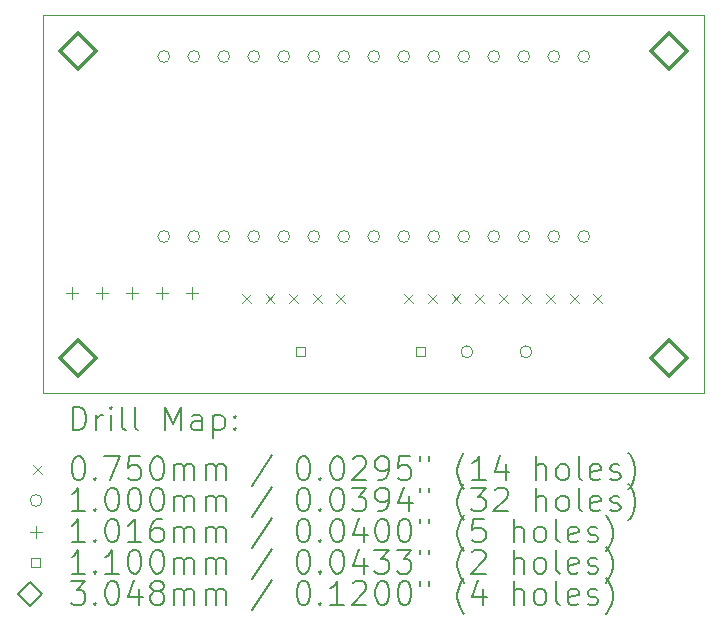
<source format=gbr>
%TF.GenerationSoftware,KiCad,Pcbnew,7.0.7-7.0.7~ubuntu20.04.1*%
%TF.CreationDate,2023-10-03T21:57:15+02:00*%
%TF.ProjectId,msx-joydolphin-v1,6d73782d-6a6f-4796-946f-6c7068696e2d,v1*%
%TF.SameCoordinates,Original*%
%TF.FileFunction,Drillmap*%
%TF.FilePolarity,Positive*%
%FSLAX45Y45*%
G04 Gerber Fmt 4.5, Leading zero omitted, Abs format (unit mm)*
G04 Created by KiCad (PCBNEW 7.0.7-7.0.7~ubuntu20.04.1) date 2023-10-03 21:57:15*
%MOMM*%
%LPD*%
G01*
G04 APERTURE LIST*
%ADD10C,0.100000*%
%ADD11C,0.200000*%
%ADD12C,0.075000*%
%ADD13C,0.101600*%
%ADD14C,0.110000*%
%ADD15C,0.304800*%
G04 APERTURE END LIST*
D10*
X4150000Y-3650000D02*
X9750000Y-3650000D01*
X9750000Y-6850000D01*
X4150000Y-6850000D01*
X4150000Y-3650000D01*
D11*
D12*
X5837500Y-6012500D02*
X5912500Y-6087500D01*
X5912500Y-6012500D02*
X5837500Y-6087500D01*
X6037500Y-6012500D02*
X6112500Y-6087500D01*
X6112500Y-6012500D02*
X6037500Y-6087500D01*
X6237500Y-6012500D02*
X6312500Y-6087500D01*
X6312500Y-6012500D02*
X6237500Y-6087500D01*
X6437500Y-6012500D02*
X6512500Y-6087500D01*
X6512500Y-6012500D02*
X6437500Y-6087500D01*
X6637500Y-6012500D02*
X6712500Y-6087500D01*
X6712500Y-6012500D02*
X6637500Y-6087500D01*
X7212500Y-6012500D02*
X7287500Y-6087500D01*
X7287500Y-6012500D02*
X7212500Y-6087500D01*
X7412500Y-6012500D02*
X7487500Y-6087500D01*
X7487500Y-6012500D02*
X7412500Y-6087500D01*
X7612500Y-6012500D02*
X7687500Y-6087500D01*
X7687500Y-6012500D02*
X7612500Y-6087500D01*
X7812500Y-6012500D02*
X7887500Y-6087500D01*
X7887500Y-6012500D02*
X7812500Y-6087500D01*
X8012500Y-6012500D02*
X8087500Y-6087500D01*
X8087500Y-6012500D02*
X8012500Y-6087500D01*
X8212500Y-6012500D02*
X8287500Y-6087500D01*
X8287500Y-6012500D02*
X8212500Y-6087500D01*
X8412500Y-6012500D02*
X8487500Y-6087500D01*
X8487500Y-6012500D02*
X8412500Y-6087500D01*
X8612500Y-6012500D02*
X8687500Y-6087500D01*
X8687500Y-6012500D02*
X8612500Y-6087500D01*
X8812500Y-6012500D02*
X8887500Y-6087500D01*
X8887500Y-6012500D02*
X8812500Y-6087500D01*
D10*
X5226000Y-4000000D02*
G75*
G03*
X5226000Y-4000000I-50000J0D01*
G01*
X5226000Y-5524000D02*
G75*
G03*
X5226000Y-5524000I-50000J0D01*
G01*
X5480000Y-4000000D02*
G75*
G03*
X5480000Y-4000000I-50000J0D01*
G01*
X5480000Y-5524000D02*
G75*
G03*
X5480000Y-5524000I-50000J0D01*
G01*
X5734000Y-4000000D02*
G75*
G03*
X5734000Y-4000000I-50000J0D01*
G01*
X5734000Y-5524000D02*
G75*
G03*
X5734000Y-5524000I-50000J0D01*
G01*
X5988000Y-4000000D02*
G75*
G03*
X5988000Y-4000000I-50000J0D01*
G01*
X5988000Y-5524000D02*
G75*
G03*
X5988000Y-5524000I-50000J0D01*
G01*
X6242000Y-4000000D02*
G75*
G03*
X6242000Y-4000000I-50000J0D01*
G01*
X6242000Y-5524000D02*
G75*
G03*
X6242000Y-5524000I-50000J0D01*
G01*
X6496000Y-4000000D02*
G75*
G03*
X6496000Y-4000000I-50000J0D01*
G01*
X6496000Y-5524000D02*
G75*
G03*
X6496000Y-5524000I-50000J0D01*
G01*
X6750000Y-4000000D02*
G75*
G03*
X6750000Y-4000000I-50000J0D01*
G01*
X6750000Y-5524000D02*
G75*
G03*
X6750000Y-5524000I-50000J0D01*
G01*
X7004000Y-4000000D02*
G75*
G03*
X7004000Y-4000000I-50000J0D01*
G01*
X7004000Y-5524000D02*
G75*
G03*
X7004000Y-5524000I-50000J0D01*
G01*
X7258000Y-4000000D02*
G75*
G03*
X7258000Y-4000000I-50000J0D01*
G01*
X7258000Y-5524000D02*
G75*
G03*
X7258000Y-5524000I-50000J0D01*
G01*
X7512000Y-4000000D02*
G75*
G03*
X7512000Y-4000000I-50000J0D01*
G01*
X7512000Y-5524000D02*
G75*
G03*
X7512000Y-5524000I-50000J0D01*
G01*
X7766000Y-4000000D02*
G75*
G03*
X7766000Y-4000000I-50000J0D01*
G01*
X7766000Y-5524000D02*
G75*
G03*
X7766000Y-5524000I-50000J0D01*
G01*
X7792000Y-6500000D02*
G75*
G03*
X7792000Y-6500000I-50000J0D01*
G01*
X8020000Y-4000000D02*
G75*
G03*
X8020000Y-4000000I-50000J0D01*
G01*
X8020000Y-5524000D02*
G75*
G03*
X8020000Y-5524000I-50000J0D01*
G01*
X8274000Y-4000000D02*
G75*
G03*
X8274000Y-4000000I-50000J0D01*
G01*
X8274000Y-5524000D02*
G75*
G03*
X8274000Y-5524000I-50000J0D01*
G01*
X8292000Y-6500000D02*
G75*
G03*
X8292000Y-6500000I-50000J0D01*
G01*
X8528000Y-4000000D02*
G75*
G03*
X8528000Y-4000000I-50000J0D01*
G01*
X8528000Y-5524000D02*
G75*
G03*
X8528000Y-5524000I-50000J0D01*
G01*
X8782000Y-4000000D02*
G75*
G03*
X8782000Y-4000000I-50000J0D01*
G01*
X8782000Y-5524000D02*
G75*
G03*
X8782000Y-5524000I-50000J0D01*
G01*
D13*
X4400000Y-5949200D02*
X4400000Y-6050800D01*
X4349200Y-6000000D02*
X4450800Y-6000000D01*
X4654000Y-5949200D02*
X4654000Y-6050800D01*
X4603200Y-6000000D02*
X4704800Y-6000000D01*
X4908000Y-5949200D02*
X4908000Y-6050800D01*
X4857200Y-6000000D02*
X4958800Y-6000000D01*
X5162000Y-5949200D02*
X5162000Y-6050800D01*
X5111200Y-6000000D02*
X5212800Y-6000000D01*
X5416000Y-5949200D02*
X5416000Y-6050800D01*
X5365200Y-6000000D02*
X5466800Y-6000000D01*
D14*
X6372891Y-6538891D02*
X6372891Y-6461109D01*
X6295109Y-6461109D01*
X6295109Y-6538891D01*
X6372891Y-6538891D01*
X7388891Y-6538891D02*
X7388891Y-6461109D01*
X7311109Y-6461109D01*
X7311109Y-6538891D01*
X7388891Y-6538891D01*
D15*
X4450000Y-4102400D02*
X4602400Y-3950000D01*
X4450000Y-3797600D01*
X4297600Y-3950000D01*
X4450000Y-4102400D01*
X4450000Y-6702400D02*
X4602400Y-6550000D01*
X4450000Y-6397600D01*
X4297600Y-6550000D01*
X4450000Y-6702400D01*
X9450000Y-4102400D02*
X9602400Y-3950000D01*
X9450000Y-3797600D01*
X9297600Y-3950000D01*
X9450000Y-4102400D01*
X9450000Y-6702400D02*
X9602400Y-6550000D01*
X9450000Y-6397600D01*
X9297600Y-6550000D01*
X9450000Y-6702400D01*
D11*
X4405777Y-7166484D02*
X4405777Y-6966484D01*
X4405777Y-6966484D02*
X4453396Y-6966484D01*
X4453396Y-6966484D02*
X4481967Y-6976008D01*
X4481967Y-6976008D02*
X4501015Y-6995055D01*
X4501015Y-6995055D02*
X4510539Y-7014103D01*
X4510539Y-7014103D02*
X4520063Y-7052198D01*
X4520063Y-7052198D02*
X4520063Y-7080769D01*
X4520063Y-7080769D02*
X4510539Y-7118865D01*
X4510539Y-7118865D02*
X4501015Y-7137912D01*
X4501015Y-7137912D02*
X4481967Y-7156960D01*
X4481967Y-7156960D02*
X4453396Y-7166484D01*
X4453396Y-7166484D02*
X4405777Y-7166484D01*
X4605777Y-7166484D02*
X4605777Y-7033150D01*
X4605777Y-7071246D02*
X4615301Y-7052198D01*
X4615301Y-7052198D02*
X4624824Y-7042674D01*
X4624824Y-7042674D02*
X4643872Y-7033150D01*
X4643872Y-7033150D02*
X4662920Y-7033150D01*
X4729586Y-7166484D02*
X4729586Y-7033150D01*
X4729586Y-6966484D02*
X4720063Y-6976008D01*
X4720063Y-6976008D02*
X4729586Y-6985531D01*
X4729586Y-6985531D02*
X4739110Y-6976008D01*
X4739110Y-6976008D02*
X4729586Y-6966484D01*
X4729586Y-6966484D02*
X4729586Y-6985531D01*
X4853396Y-7166484D02*
X4834348Y-7156960D01*
X4834348Y-7156960D02*
X4824824Y-7137912D01*
X4824824Y-7137912D02*
X4824824Y-6966484D01*
X4958158Y-7166484D02*
X4939110Y-7156960D01*
X4939110Y-7156960D02*
X4929586Y-7137912D01*
X4929586Y-7137912D02*
X4929586Y-6966484D01*
X5186729Y-7166484D02*
X5186729Y-6966484D01*
X5186729Y-6966484D02*
X5253396Y-7109341D01*
X5253396Y-7109341D02*
X5320063Y-6966484D01*
X5320063Y-6966484D02*
X5320063Y-7166484D01*
X5501015Y-7166484D02*
X5501015Y-7061722D01*
X5501015Y-7061722D02*
X5491491Y-7042674D01*
X5491491Y-7042674D02*
X5472444Y-7033150D01*
X5472444Y-7033150D02*
X5434348Y-7033150D01*
X5434348Y-7033150D02*
X5415301Y-7042674D01*
X5501015Y-7156960D02*
X5481967Y-7166484D01*
X5481967Y-7166484D02*
X5434348Y-7166484D01*
X5434348Y-7166484D02*
X5415301Y-7156960D01*
X5415301Y-7156960D02*
X5405777Y-7137912D01*
X5405777Y-7137912D02*
X5405777Y-7118865D01*
X5405777Y-7118865D02*
X5415301Y-7099817D01*
X5415301Y-7099817D02*
X5434348Y-7090293D01*
X5434348Y-7090293D02*
X5481967Y-7090293D01*
X5481967Y-7090293D02*
X5501015Y-7080769D01*
X5596253Y-7033150D02*
X5596253Y-7233150D01*
X5596253Y-7042674D02*
X5615301Y-7033150D01*
X5615301Y-7033150D02*
X5653396Y-7033150D01*
X5653396Y-7033150D02*
X5672443Y-7042674D01*
X5672443Y-7042674D02*
X5681967Y-7052198D01*
X5681967Y-7052198D02*
X5691491Y-7071246D01*
X5691491Y-7071246D02*
X5691491Y-7128388D01*
X5691491Y-7128388D02*
X5681967Y-7147436D01*
X5681967Y-7147436D02*
X5672443Y-7156960D01*
X5672443Y-7156960D02*
X5653396Y-7166484D01*
X5653396Y-7166484D02*
X5615301Y-7166484D01*
X5615301Y-7166484D02*
X5596253Y-7156960D01*
X5777205Y-7147436D02*
X5786729Y-7156960D01*
X5786729Y-7156960D02*
X5777205Y-7166484D01*
X5777205Y-7166484D02*
X5767682Y-7156960D01*
X5767682Y-7156960D02*
X5777205Y-7147436D01*
X5777205Y-7147436D02*
X5777205Y-7166484D01*
X5777205Y-7042674D02*
X5786729Y-7052198D01*
X5786729Y-7052198D02*
X5777205Y-7061722D01*
X5777205Y-7061722D02*
X5767682Y-7052198D01*
X5767682Y-7052198D02*
X5777205Y-7042674D01*
X5777205Y-7042674D02*
X5777205Y-7061722D01*
D12*
X4070000Y-7457500D02*
X4145000Y-7532500D01*
X4145000Y-7457500D02*
X4070000Y-7532500D01*
D11*
X4443872Y-7386484D02*
X4462920Y-7386484D01*
X4462920Y-7386484D02*
X4481967Y-7396008D01*
X4481967Y-7396008D02*
X4491491Y-7405531D01*
X4491491Y-7405531D02*
X4501015Y-7424579D01*
X4501015Y-7424579D02*
X4510539Y-7462674D01*
X4510539Y-7462674D02*
X4510539Y-7510293D01*
X4510539Y-7510293D02*
X4501015Y-7548388D01*
X4501015Y-7548388D02*
X4491491Y-7567436D01*
X4491491Y-7567436D02*
X4481967Y-7576960D01*
X4481967Y-7576960D02*
X4462920Y-7586484D01*
X4462920Y-7586484D02*
X4443872Y-7586484D01*
X4443872Y-7586484D02*
X4424824Y-7576960D01*
X4424824Y-7576960D02*
X4415301Y-7567436D01*
X4415301Y-7567436D02*
X4405777Y-7548388D01*
X4405777Y-7548388D02*
X4396253Y-7510293D01*
X4396253Y-7510293D02*
X4396253Y-7462674D01*
X4396253Y-7462674D02*
X4405777Y-7424579D01*
X4405777Y-7424579D02*
X4415301Y-7405531D01*
X4415301Y-7405531D02*
X4424824Y-7396008D01*
X4424824Y-7396008D02*
X4443872Y-7386484D01*
X4596253Y-7567436D02*
X4605777Y-7576960D01*
X4605777Y-7576960D02*
X4596253Y-7586484D01*
X4596253Y-7586484D02*
X4586729Y-7576960D01*
X4586729Y-7576960D02*
X4596253Y-7567436D01*
X4596253Y-7567436D02*
X4596253Y-7586484D01*
X4672444Y-7386484D02*
X4805777Y-7386484D01*
X4805777Y-7386484D02*
X4720063Y-7586484D01*
X4977205Y-7386484D02*
X4881967Y-7386484D01*
X4881967Y-7386484D02*
X4872444Y-7481722D01*
X4872444Y-7481722D02*
X4881967Y-7472198D01*
X4881967Y-7472198D02*
X4901015Y-7462674D01*
X4901015Y-7462674D02*
X4948634Y-7462674D01*
X4948634Y-7462674D02*
X4967682Y-7472198D01*
X4967682Y-7472198D02*
X4977205Y-7481722D01*
X4977205Y-7481722D02*
X4986729Y-7500769D01*
X4986729Y-7500769D02*
X4986729Y-7548388D01*
X4986729Y-7548388D02*
X4977205Y-7567436D01*
X4977205Y-7567436D02*
X4967682Y-7576960D01*
X4967682Y-7576960D02*
X4948634Y-7586484D01*
X4948634Y-7586484D02*
X4901015Y-7586484D01*
X4901015Y-7586484D02*
X4881967Y-7576960D01*
X4881967Y-7576960D02*
X4872444Y-7567436D01*
X5110539Y-7386484D02*
X5129586Y-7386484D01*
X5129586Y-7386484D02*
X5148634Y-7396008D01*
X5148634Y-7396008D02*
X5158158Y-7405531D01*
X5158158Y-7405531D02*
X5167682Y-7424579D01*
X5167682Y-7424579D02*
X5177205Y-7462674D01*
X5177205Y-7462674D02*
X5177205Y-7510293D01*
X5177205Y-7510293D02*
X5167682Y-7548388D01*
X5167682Y-7548388D02*
X5158158Y-7567436D01*
X5158158Y-7567436D02*
X5148634Y-7576960D01*
X5148634Y-7576960D02*
X5129586Y-7586484D01*
X5129586Y-7586484D02*
X5110539Y-7586484D01*
X5110539Y-7586484D02*
X5091491Y-7576960D01*
X5091491Y-7576960D02*
X5081967Y-7567436D01*
X5081967Y-7567436D02*
X5072444Y-7548388D01*
X5072444Y-7548388D02*
X5062920Y-7510293D01*
X5062920Y-7510293D02*
X5062920Y-7462674D01*
X5062920Y-7462674D02*
X5072444Y-7424579D01*
X5072444Y-7424579D02*
X5081967Y-7405531D01*
X5081967Y-7405531D02*
X5091491Y-7396008D01*
X5091491Y-7396008D02*
X5110539Y-7386484D01*
X5262920Y-7586484D02*
X5262920Y-7453150D01*
X5262920Y-7472198D02*
X5272444Y-7462674D01*
X5272444Y-7462674D02*
X5291491Y-7453150D01*
X5291491Y-7453150D02*
X5320063Y-7453150D01*
X5320063Y-7453150D02*
X5339110Y-7462674D01*
X5339110Y-7462674D02*
X5348634Y-7481722D01*
X5348634Y-7481722D02*
X5348634Y-7586484D01*
X5348634Y-7481722D02*
X5358158Y-7462674D01*
X5358158Y-7462674D02*
X5377205Y-7453150D01*
X5377205Y-7453150D02*
X5405777Y-7453150D01*
X5405777Y-7453150D02*
X5424825Y-7462674D01*
X5424825Y-7462674D02*
X5434348Y-7481722D01*
X5434348Y-7481722D02*
X5434348Y-7586484D01*
X5529586Y-7586484D02*
X5529586Y-7453150D01*
X5529586Y-7472198D02*
X5539110Y-7462674D01*
X5539110Y-7462674D02*
X5558158Y-7453150D01*
X5558158Y-7453150D02*
X5586729Y-7453150D01*
X5586729Y-7453150D02*
X5605777Y-7462674D01*
X5605777Y-7462674D02*
X5615301Y-7481722D01*
X5615301Y-7481722D02*
X5615301Y-7586484D01*
X5615301Y-7481722D02*
X5624824Y-7462674D01*
X5624824Y-7462674D02*
X5643872Y-7453150D01*
X5643872Y-7453150D02*
X5672443Y-7453150D01*
X5672443Y-7453150D02*
X5691491Y-7462674D01*
X5691491Y-7462674D02*
X5701015Y-7481722D01*
X5701015Y-7481722D02*
X5701015Y-7586484D01*
X6091491Y-7376960D02*
X5920063Y-7634103D01*
X6348634Y-7386484D02*
X6367682Y-7386484D01*
X6367682Y-7386484D02*
X6386729Y-7396008D01*
X6386729Y-7396008D02*
X6396253Y-7405531D01*
X6396253Y-7405531D02*
X6405777Y-7424579D01*
X6405777Y-7424579D02*
X6415301Y-7462674D01*
X6415301Y-7462674D02*
X6415301Y-7510293D01*
X6415301Y-7510293D02*
X6405777Y-7548388D01*
X6405777Y-7548388D02*
X6396253Y-7567436D01*
X6396253Y-7567436D02*
X6386729Y-7576960D01*
X6386729Y-7576960D02*
X6367682Y-7586484D01*
X6367682Y-7586484D02*
X6348634Y-7586484D01*
X6348634Y-7586484D02*
X6329586Y-7576960D01*
X6329586Y-7576960D02*
X6320063Y-7567436D01*
X6320063Y-7567436D02*
X6310539Y-7548388D01*
X6310539Y-7548388D02*
X6301015Y-7510293D01*
X6301015Y-7510293D02*
X6301015Y-7462674D01*
X6301015Y-7462674D02*
X6310539Y-7424579D01*
X6310539Y-7424579D02*
X6320063Y-7405531D01*
X6320063Y-7405531D02*
X6329586Y-7396008D01*
X6329586Y-7396008D02*
X6348634Y-7386484D01*
X6501015Y-7567436D02*
X6510539Y-7576960D01*
X6510539Y-7576960D02*
X6501015Y-7586484D01*
X6501015Y-7586484D02*
X6491491Y-7576960D01*
X6491491Y-7576960D02*
X6501015Y-7567436D01*
X6501015Y-7567436D02*
X6501015Y-7586484D01*
X6634348Y-7386484D02*
X6653396Y-7386484D01*
X6653396Y-7386484D02*
X6672444Y-7396008D01*
X6672444Y-7396008D02*
X6681967Y-7405531D01*
X6681967Y-7405531D02*
X6691491Y-7424579D01*
X6691491Y-7424579D02*
X6701015Y-7462674D01*
X6701015Y-7462674D02*
X6701015Y-7510293D01*
X6701015Y-7510293D02*
X6691491Y-7548388D01*
X6691491Y-7548388D02*
X6681967Y-7567436D01*
X6681967Y-7567436D02*
X6672444Y-7576960D01*
X6672444Y-7576960D02*
X6653396Y-7586484D01*
X6653396Y-7586484D02*
X6634348Y-7586484D01*
X6634348Y-7586484D02*
X6615301Y-7576960D01*
X6615301Y-7576960D02*
X6605777Y-7567436D01*
X6605777Y-7567436D02*
X6596253Y-7548388D01*
X6596253Y-7548388D02*
X6586729Y-7510293D01*
X6586729Y-7510293D02*
X6586729Y-7462674D01*
X6586729Y-7462674D02*
X6596253Y-7424579D01*
X6596253Y-7424579D02*
X6605777Y-7405531D01*
X6605777Y-7405531D02*
X6615301Y-7396008D01*
X6615301Y-7396008D02*
X6634348Y-7386484D01*
X6777206Y-7405531D02*
X6786729Y-7396008D01*
X6786729Y-7396008D02*
X6805777Y-7386484D01*
X6805777Y-7386484D02*
X6853396Y-7386484D01*
X6853396Y-7386484D02*
X6872444Y-7396008D01*
X6872444Y-7396008D02*
X6881967Y-7405531D01*
X6881967Y-7405531D02*
X6891491Y-7424579D01*
X6891491Y-7424579D02*
X6891491Y-7443627D01*
X6891491Y-7443627D02*
X6881967Y-7472198D01*
X6881967Y-7472198D02*
X6767682Y-7586484D01*
X6767682Y-7586484D02*
X6891491Y-7586484D01*
X6986729Y-7586484D02*
X7024825Y-7586484D01*
X7024825Y-7586484D02*
X7043872Y-7576960D01*
X7043872Y-7576960D02*
X7053396Y-7567436D01*
X7053396Y-7567436D02*
X7072444Y-7538865D01*
X7072444Y-7538865D02*
X7081967Y-7500769D01*
X7081967Y-7500769D02*
X7081967Y-7424579D01*
X7081967Y-7424579D02*
X7072444Y-7405531D01*
X7072444Y-7405531D02*
X7062920Y-7396008D01*
X7062920Y-7396008D02*
X7043872Y-7386484D01*
X7043872Y-7386484D02*
X7005777Y-7386484D01*
X7005777Y-7386484D02*
X6986729Y-7396008D01*
X6986729Y-7396008D02*
X6977206Y-7405531D01*
X6977206Y-7405531D02*
X6967682Y-7424579D01*
X6967682Y-7424579D02*
X6967682Y-7472198D01*
X6967682Y-7472198D02*
X6977206Y-7491246D01*
X6977206Y-7491246D02*
X6986729Y-7500769D01*
X6986729Y-7500769D02*
X7005777Y-7510293D01*
X7005777Y-7510293D02*
X7043872Y-7510293D01*
X7043872Y-7510293D02*
X7062920Y-7500769D01*
X7062920Y-7500769D02*
X7072444Y-7491246D01*
X7072444Y-7491246D02*
X7081967Y-7472198D01*
X7262920Y-7386484D02*
X7167682Y-7386484D01*
X7167682Y-7386484D02*
X7158158Y-7481722D01*
X7158158Y-7481722D02*
X7167682Y-7472198D01*
X7167682Y-7472198D02*
X7186729Y-7462674D01*
X7186729Y-7462674D02*
X7234348Y-7462674D01*
X7234348Y-7462674D02*
X7253396Y-7472198D01*
X7253396Y-7472198D02*
X7262920Y-7481722D01*
X7262920Y-7481722D02*
X7272444Y-7500769D01*
X7272444Y-7500769D02*
X7272444Y-7548388D01*
X7272444Y-7548388D02*
X7262920Y-7567436D01*
X7262920Y-7567436D02*
X7253396Y-7576960D01*
X7253396Y-7576960D02*
X7234348Y-7586484D01*
X7234348Y-7586484D02*
X7186729Y-7586484D01*
X7186729Y-7586484D02*
X7167682Y-7576960D01*
X7167682Y-7576960D02*
X7158158Y-7567436D01*
X7348634Y-7386484D02*
X7348634Y-7424579D01*
X7424825Y-7386484D02*
X7424825Y-7424579D01*
X7720063Y-7662674D02*
X7710539Y-7653150D01*
X7710539Y-7653150D02*
X7691491Y-7624579D01*
X7691491Y-7624579D02*
X7681968Y-7605531D01*
X7681968Y-7605531D02*
X7672444Y-7576960D01*
X7672444Y-7576960D02*
X7662920Y-7529341D01*
X7662920Y-7529341D02*
X7662920Y-7491246D01*
X7662920Y-7491246D02*
X7672444Y-7443627D01*
X7672444Y-7443627D02*
X7681968Y-7415055D01*
X7681968Y-7415055D02*
X7691491Y-7396008D01*
X7691491Y-7396008D02*
X7710539Y-7367436D01*
X7710539Y-7367436D02*
X7720063Y-7357912D01*
X7901015Y-7586484D02*
X7786729Y-7586484D01*
X7843872Y-7586484D02*
X7843872Y-7386484D01*
X7843872Y-7386484D02*
X7824825Y-7415055D01*
X7824825Y-7415055D02*
X7805777Y-7434103D01*
X7805777Y-7434103D02*
X7786729Y-7443627D01*
X8072444Y-7453150D02*
X8072444Y-7586484D01*
X8024825Y-7376960D02*
X7977206Y-7519817D01*
X7977206Y-7519817D02*
X8101015Y-7519817D01*
X8329587Y-7586484D02*
X8329587Y-7386484D01*
X8415301Y-7586484D02*
X8415301Y-7481722D01*
X8415301Y-7481722D02*
X8405777Y-7462674D01*
X8405777Y-7462674D02*
X8386730Y-7453150D01*
X8386730Y-7453150D02*
X8358158Y-7453150D01*
X8358158Y-7453150D02*
X8339110Y-7462674D01*
X8339110Y-7462674D02*
X8329587Y-7472198D01*
X8539111Y-7586484D02*
X8520063Y-7576960D01*
X8520063Y-7576960D02*
X8510539Y-7567436D01*
X8510539Y-7567436D02*
X8501015Y-7548388D01*
X8501015Y-7548388D02*
X8501015Y-7491246D01*
X8501015Y-7491246D02*
X8510539Y-7472198D01*
X8510539Y-7472198D02*
X8520063Y-7462674D01*
X8520063Y-7462674D02*
X8539111Y-7453150D01*
X8539111Y-7453150D02*
X8567682Y-7453150D01*
X8567682Y-7453150D02*
X8586730Y-7462674D01*
X8586730Y-7462674D02*
X8596253Y-7472198D01*
X8596253Y-7472198D02*
X8605777Y-7491246D01*
X8605777Y-7491246D02*
X8605777Y-7548388D01*
X8605777Y-7548388D02*
X8596253Y-7567436D01*
X8596253Y-7567436D02*
X8586730Y-7576960D01*
X8586730Y-7576960D02*
X8567682Y-7586484D01*
X8567682Y-7586484D02*
X8539111Y-7586484D01*
X8720063Y-7586484D02*
X8701015Y-7576960D01*
X8701015Y-7576960D02*
X8691492Y-7557912D01*
X8691492Y-7557912D02*
X8691492Y-7386484D01*
X8872444Y-7576960D02*
X8853396Y-7586484D01*
X8853396Y-7586484D02*
X8815301Y-7586484D01*
X8815301Y-7586484D02*
X8796253Y-7576960D01*
X8796253Y-7576960D02*
X8786730Y-7557912D01*
X8786730Y-7557912D02*
X8786730Y-7481722D01*
X8786730Y-7481722D02*
X8796253Y-7462674D01*
X8796253Y-7462674D02*
X8815301Y-7453150D01*
X8815301Y-7453150D02*
X8853396Y-7453150D01*
X8853396Y-7453150D02*
X8872444Y-7462674D01*
X8872444Y-7462674D02*
X8881968Y-7481722D01*
X8881968Y-7481722D02*
X8881968Y-7500769D01*
X8881968Y-7500769D02*
X8786730Y-7519817D01*
X8958158Y-7576960D02*
X8977206Y-7586484D01*
X8977206Y-7586484D02*
X9015301Y-7586484D01*
X9015301Y-7586484D02*
X9034349Y-7576960D01*
X9034349Y-7576960D02*
X9043873Y-7557912D01*
X9043873Y-7557912D02*
X9043873Y-7548388D01*
X9043873Y-7548388D02*
X9034349Y-7529341D01*
X9034349Y-7529341D02*
X9015301Y-7519817D01*
X9015301Y-7519817D02*
X8986730Y-7519817D01*
X8986730Y-7519817D02*
X8967682Y-7510293D01*
X8967682Y-7510293D02*
X8958158Y-7491246D01*
X8958158Y-7491246D02*
X8958158Y-7481722D01*
X8958158Y-7481722D02*
X8967682Y-7462674D01*
X8967682Y-7462674D02*
X8986730Y-7453150D01*
X8986730Y-7453150D02*
X9015301Y-7453150D01*
X9015301Y-7453150D02*
X9034349Y-7462674D01*
X9110539Y-7662674D02*
X9120063Y-7653150D01*
X9120063Y-7653150D02*
X9139111Y-7624579D01*
X9139111Y-7624579D02*
X9148634Y-7605531D01*
X9148634Y-7605531D02*
X9158158Y-7576960D01*
X9158158Y-7576960D02*
X9167682Y-7529341D01*
X9167682Y-7529341D02*
X9167682Y-7491246D01*
X9167682Y-7491246D02*
X9158158Y-7443627D01*
X9158158Y-7443627D02*
X9148634Y-7415055D01*
X9148634Y-7415055D02*
X9139111Y-7396008D01*
X9139111Y-7396008D02*
X9120063Y-7367436D01*
X9120063Y-7367436D02*
X9110539Y-7357912D01*
D10*
X4145000Y-7759000D02*
G75*
G03*
X4145000Y-7759000I-50000J0D01*
G01*
D11*
X4510539Y-7850484D02*
X4396253Y-7850484D01*
X4453396Y-7850484D02*
X4453396Y-7650484D01*
X4453396Y-7650484D02*
X4434348Y-7679055D01*
X4434348Y-7679055D02*
X4415301Y-7698103D01*
X4415301Y-7698103D02*
X4396253Y-7707627D01*
X4596253Y-7831436D02*
X4605777Y-7840960D01*
X4605777Y-7840960D02*
X4596253Y-7850484D01*
X4596253Y-7850484D02*
X4586729Y-7840960D01*
X4586729Y-7840960D02*
X4596253Y-7831436D01*
X4596253Y-7831436D02*
X4596253Y-7850484D01*
X4729586Y-7650484D02*
X4748634Y-7650484D01*
X4748634Y-7650484D02*
X4767682Y-7660008D01*
X4767682Y-7660008D02*
X4777205Y-7669531D01*
X4777205Y-7669531D02*
X4786729Y-7688579D01*
X4786729Y-7688579D02*
X4796253Y-7726674D01*
X4796253Y-7726674D02*
X4796253Y-7774293D01*
X4796253Y-7774293D02*
X4786729Y-7812388D01*
X4786729Y-7812388D02*
X4777205Y-7831436D01*
X4777205Y-7831436D02*
X4767682Y-7840960D01*
X4767682Y-7840960D02*
X4748634Y-7850484D01*
X4748634Y-7850484D02*
X4729586Y-7850484D01*
X4729586Y-7850484D02*
X4710539Y-7840960D01*
X4710539Y-7840960D02*
X4701015Y-7831436D01*
X4701015Y-7831436D02*
X4691491Y-7812388D01*
X4691491Y-7812388D02*
X4681967Y-7774293D01*
X4681967Y-7774293D02*
X4681967Y-7726674D01*
X4681967Y-7726674D02*
X4691491Y-7688579D01*
X4691491Y-7688579D02*
X4701015Y-7669531D01*
X4701015Y-7669531D02*
X4710539Y-7660008D01*
X4710539Y-7660008D02*
X4729586Y-7650484D01*
X4920063Y-7650484D02*
X4939110Y-7650484D01*
X4939110Y-7650484D02*
X4958158Y-7660008D01*
X4958158Y-7660008D02*
X4967682Y-7669531D01*
X4967682Y-7669531D02*
X4977205Y-7688579D01*
X4977205Y-7688579D02*
X4986729Y-7726674D01*
X4986729Y-7726674D02*
X4986729Y-7774293D01*
X4986729Y-7774293D02*
X4977205Y-7812388D01*
X4977205Y-7812388D02*
X4967682Y-7831436D01*
X4967682Y-7831436D02*
X4958158Y-7840960D01*
X4958158Y-7840960D02*
X4939110Y-7850484D01*
X4939110Y-7850484D02*
X4920063Y-7850484D01*
X4920063Y-7850484D02*
X4901015Y-7840960D01*
X4901015Y-7840960D02*
X4891491Y-7831436D01*
X4891491Y-7831436D02*
X4881967Y-7812388D01*
X4881967Y-7812388D02*
X4872444Y-7774293D01*
X4872444Y-7774293D02*
X4872444Y-7726674D01*
X4872444Y-7726674D02*
X4881967Y-7688579D01*
X4881967Y-7688579D02*
X4891491Y-7669531D01*
X4891491Y-7669531D02*
X4901015Y-7660008D01*
X4901015Y-7660008D02*
X4920063Y-7650484D01*
X5110539Y-7650484D02*
X5129586Y-7650484D01*
X5129586Y-7650484D02*
X5148634Y-7660008D01*
X5148634Y-7660008D02*
X5158158Y-7669531D01*
X5158158Y-7669531D02*
X5167682Y-7688579D01*
X5167682Y-7688579D02*
X5177205Y-7726674D01*
X5177205Y-7726674D02*
X5177205Y-7774293D01*
X5177205Y-7774293D02*
X5167682Y-7812388D01*
X5167682Y-7812388D02*
X5158158Y-7831436D01*
X5158158Y-7831436D02*
X5148634Y-7840960D01*
X5148634Y-7840960D02*
X5129586Y-7850484D01*
X5129586Y-7850484D02*
X5110539Y-7850484D01*
X5110539Y-7850484D02*
X5091491Y-7840960D01*
X5091491Y-7840960D02*
X5081967Y-7831436D01*
X5081967Y-7831436D02*
X5072444Y-7812388D01*
X5072444Y-7812388D02*
X5062920Y-7774293D01*
X5062920Y-7774293D02*
X5062920Y-7726674D01*
X5062920Y-7726674D02*
X5072444Y-7688579D01*
X5072444Y-7688579D02*
X5081967Y-7669531D01*
X5081967Y-7669531D02*
X5091491Y-7660008D01*
X5091491Y-7660008D02*
X5110539Y-7650484D01*
X5262920Y-7850484D02*
X5262920Y-7717150D01*
X5262920Y-7736198D02*
X5272444Y-7726674D01*
X5272444Y-7726674D02*
X5291491Y-7717150D01*
X5291491Y-7717150D02*
X5320063Y-7717150D01*
X5320063Y-7717150D02*
X5339110Y-7726674D01*
X5339110Y-7726674D02*
X5348634Y-7745722D01*
X5348634Y-7745722D02*
X5348634Y-7850484D01*
X5348634Y-7745722D02*
X5358158Y-7726674D01*
X5358158Y-7726674D02*
X5377205Y-7717150D01*
X5377205Y-7717150D02*
X5405777Y-7717150D01*
X5405777Y-7717150D02*
X5424825Y-7726674D01*
X5424825Y-7726674D02*
X5434348Y-7745722D01*
X5434348Y-7745722D02*
X5434348Y-7850484D01*
X5529586Y-7850484D02*
X5529586Y-7717150D01*
X5529586Y-7736198D02*
X5539110Y-7726674D01*
X5539110Y-7726674D02*
X5558158Y-7717150D01*
X5558158Y-7717150D02*
X5586729Y-7717150D01*
X5586729Y-7717150D02*
X5605777Y-7726674D01*
X5605777Y-7726674D02*
X5615301Y-7745722D01*
X5615301Y-7745722D02*
X5615301Y-7850484D01*
X5615301Y-7745722D02*
X5624824Y-7726674D01*
X5624824Y-7726674D02*
X5643872Y-7717150D01*
X5643872Y-7717150D02*
X5672443Y-7717150D01*
X5672443Y-7717150D02*
X5691491Y-7726674D01*
X5691491Y-7726674D02*
X5701015Y-7745722D01*
X5701015Y-7745722D02*
X5701015Y-7850484D01*
X6091491Y-7640960D02*
X5920063Y-7898103D01*
X6348634Y-7650484D02*
X6367682Y-7650484D01*
X6367682Y-7650484D02*
X6386729Y-7660008D01*
X6386729Y-7660008D02*
X6396253Y-7669531D01*
X6396253Y-7669531D02*
X6405777Y-7688579D01*
X6405777Y-7688579D02*
X6415301Y-7726674D01*
X6415301Y-7726674D02*
X6415301Y-7774293D01*
X6415301Y-7774293D02*
X6405777Y-7812388D01*
X6405777Y-7812388D02*
X6396253Y-7831436D01*
X6396253Y-7831436D02*
X6386729Y-7840960D01*
X6386729Y-7840960D02*
X6367682Y-7850484D01*
X6367682Y-7850484D02*
X6348634Y-7850484D01*
X6348634Y-7850484D02*
X6329586Y-7840960D01*
X6329586Y-7840960D02*
X6320063Y-7831436D01*
X6320063Y-7831436D02*
X6310539Y-7812388D01*
X6310539Y-7812388D02*
X6301015Y-7774293D01*
X6301015Y-7774293D02*
X6301015Y-7726674D01*
X6301015Y-7726674D02*
X6310539Y-7688579D01*
X6310539Y-7688579D02*
X6320063Y-7669531D01*
X6320063Y-7669531D02*
X6329586Y-7660008D01*
X6329586Y-7660008D02*
X6348634Y-7650484D01*
X6501015Y-7831436D02*
X6510539Y-7840960D01*
X6510539Y-7840960D02*
X6501015Y-7850484D01*
X6501015Y-7850484D02*
X6491491Y-7840960D01*
X6491491Y-7840960D02*
X6501015Y-7831436D01*
X6501015Y-7831436D02*
X6501015Y-7850484D01*
X6634348Y-7650484D02*
X6653396Y-7650484D01*
X6653396Y-7650484D02*
X6672444Y-7660008D01*
X6672444Y-7660008D02*
X6681967Y-7669531D01*
X6681967Y-7669531D02*
X6691491Y-7688579D01*
X6691491Y-7688579D02*
X6701015Y-7726674D01*
X6701015Y-7726674D02*
X6701015Y-7774293D01*
X6701015Y-7774293D02*
X6691491Y-7812388D01*
X6691491Y-7812388D02*
X6681967Y-7831436D01*
X6681967Y-7831436D02*
X6672444Y-7840960D01*
X6672444Y-7840960D02*
X6653396Y-7850484D01*
X6653396Y-7850484D02*
X6634348Y-7850484D01*
X6634348Y-7850484D02*
X6615301Y-7840960D01*
X6615301Y-7840960D02*
X6605777Y-7831436D01*
X6605777Y-7831436D02*
X6596253Y-7812388D01*
X6596253Y-7812388D02*
X6586729Y-7774293D01*
X6586729Y-7774293D02*
X6586729Y-7726674D01*
X6586729Y-7726674D02*
X6596253Y-7688579D01*
X6596253Y-7688579D02*
X6605777Y-7669531D01*
X6605777Y-7669531D02*
X6615301Y-7660008D01*
X6615301Y-7660008D02*
X6634348Y-7650484D01*
X6767682Y-7650484D02*
X6891491Y-7650484D01*
X6891491Y-7650484D02*
X6824825Y-7726674D01*
X6824825Y-7726674D02*
X6853396Y-7726674D01*
X6853396Y-7726674D02*
X6872444Y-7736198D01*
X6872444Y-7736198D02*
X6881967Y-7745722D01*
X6881967Y-7745722D02*
X6891491Y-7764769D01*
X6891491Y-7764769D02*
X6891491Y-7812388D01*
X6891491Y-7812388D02*
X6881967Y-7831436D01*
X6881967Y-7831436D02*
X6872444Y-7840960D01*
X6872444Y-7840960D02*
X6853396Y-7850484D01*
X6853396Y-7850484D02*
X6796253Y-7850484D01*
X6796253Y-7850484D02*
X6777206Y-7840960D01*
X6777206Y-7840960D02*
X6767682Y-7831436D01*
X6986729Y-7850484D02*
X7024825Y-7850484D01*
X7024825Y-7850484D02*
X7043872Y-7840960D01*
X7043872Y-7840960D02*
X7053396Y-7831436D01*
X7053396Y-7831436D02*
X7072444Y-7802865D01*
X7072444Y-7802865D02*
X7081967Y-7764769D01*
X7081967Y-7764769D02*
X7081967Y-7688579D01*
X7081967Y-7688579D02*
X7072444Y-7669531D01*
X7072444Y-7669531D02*
X7062920Y-7660008D01*
X7062920Y-7660008D02*
X7043872Y-7650484D01*
X7043872Y-7650484D02*
X7005777Y-7650484D01*
X7005777Y-7650484D02*
X6986729Y-7660008D01*
X6986729Y-7660008D02*
X6977206Y-7669531D01*
X6977206Y-7669531D02*
X6967682Y-7688579D01*
X6967682Y-7688579D02*
X6967682Y-7736198D01*
X6967682Y-7736198D02*
X6977206Y-7755246D01*
X6977206Y-7755246D02*
X6986729Y-7764769D01*
X6986729Y-7764769D02*
X7005777Y-7774293D01*
X7005777Y-7774293D02*
X7043872Y-7774293D01*
X7043872Y-7774293D02*
X7062920Y-7764769D01*
X7062920Y-7764769D02*
X7072444Y-7755246D01*
X7072444Y-7755246D02*
X7081967Y-7736198D01*
X7253396Y-7717150D02*
X7253396Y-7850484D01*
X7205777Y-7640960D02*
X7158158Y-7783817D01*
X7158158Y-7783817D02*
X7281967Y-7783817D01*
X7348634Y-7650484D02*
X7348634Y-7688579D01*
X7424825Y-7650484D02*
X7424825Y-7688579D01*
X7720063Y-7926674D02*
X7710539Y-7917150D01*
X7710539Y-7917150D02*
X7691491Y-7888579D01*
X7691491Y-7888579D02*
X7681968Y-7869531D01*
X7681968Y-7869531D02*
X7672444Y-7840960D01*
X7672444Y-7840960D02*
X7662920Y-7793341D01*
X7662920Y-7793341D02*
X7662920Y-7755246D01*
X7662920Y-7755246D02*
X7672444Y-7707627D01*
X7672444Y-7707627D02*
X7681968Y-7679055D01*
X7681968Y-7679055D02*
X7691491Y-7660008D01*
X7691491Y-7660008D02*
X7710539Y-7631436D01*
X7710539Y-7631436D02*
X7720063Y-7621912D01*
X7777206Y-7650484D02*
X7901015Y-7650484D01*
X7901015Y-7650484D02*
X7834348Y-7726674D01*
X7834348Y-7726674D02*
X7862920Y-7726674D01*
X7862920Y-7726674D02*
X7881968Y-7736198D01*
X7881968Y-7736198D02*
X7891491Y-7745722D01*
X7891491Y-7745722D02*
X7901015Y-7764769D01*
X7901015Y-7764769D02*
X7901015Y-7812388D01*
X7901015Y-7812388D02*
X7891491Y-7831436D01*
X7891491Y-7831436D02*
X7881968Y-7840960D01*
X7881968Y-7840960D02*
X7862920Y-7850484D01*
X7862920Y-7850484D02*
X7805777Y-7850484D01*
X7805777Y-7850484D02*
X7786729Y-7840960D01*
X7786729Y-7840960D02*
X7777206Y-7831436D01*
X7977206Y-7669531D02*
X7986729Y-7660008D01*
X7986729Y-7660008D02*
X8005777Y-7650484D01*
X8005777Y-7650484D02*
X8053396Y-7650484D01*
X8053396Y-7650484D02*
X8072444Y-7660008D01*
X8072444Y-7660008D02*
X8081968Y-7669531D01*
X8081968Y-7669531D02*
X8091491Y-7688579D01*
X8091491Y-7688579D02*
X8091491Y-7707627D01*
X8091491Y-7707627D02*
X8081968Y-7736198D01*
X8081968Y-7736198D02*
X7967682Y-7850484D01*
X7967682Y-7850484D02*
X8091491Y-7850484D01*
X8329587Y-7850484D02*
X8329587Y-7650484D01*
X8415301Y-7850484D02*
X8415301Y-7745722D01*
X8415301Y-7745722D02*
X8405777Y-7726674D01*
X8405777Y-7726674D02*
X8386730Y-7717150D01*
X8386730Y-7717150D02*
X8358158Y-7717150D01*
X8358158Y-7717150D02*
X8339110Y-7726674D01*
X8339110Y-7726674D02*
X8329587Y-7736198D01*
X8539111Y-7850484D02*
X8520063Y-7840960D01*
X8520063Y-7840960D02*
X8510539Y-7831436D01*
X8510539Y-7831436D02*
X8501015Y-7812388D01*
X8501015Y-7812388D02*
X8501015Y-7755246D01*
X8501015Y-7755246D02*
X8510539Y-7736198D01*
X8510539Y-7736198D02*
X8520063Y-7726674D01*
X8520063Y-7726674D02*
X8539111Y-7717150D01*
X8539111Y-7717150D02*
X8567682Y-7717150D01*
X8567682Y-7717150D02*
X8586730Y-7726674D01*
X8586730Y-7726674D02*
X8596253Y-7736198D01*
X8596253Y-7736198D02*
X8605777Y-7755246D01*
X8605777Y-7755246D02*
X8605777Y-7812388D01*
X8605777Y-7812388D02*
X8596253Y-7831436D01*
X8596253Y-7831436D02*
X8586730Y-7840960D01*
X8586730Y-7840960D02*
X8567682Y-7850484D01*
X8567682Y-7850484D02*
X8539111Y-7850484D01*
X8720063Y-7850484D02*
X8701015Y-7840960D01*
X8701015Y-7840960D02*
X8691492Y-7821912D01*
X8691492Y-7821912D02*
X8691492Y-7650484D01*
X8872444Y-7840960D02*
X8853396Y-7850484D01*
X8853396Y-7850484D02*
X8815301Y-7850484D01*
X8815301Y-7850484D02*
X8796253Y-7840960D01*
X8796253Y-7840960D02*
X8786730Y-7821912D01*
X8786730Y-7821912D02*
X8786730Y-7745722D01*
X8786730Y-7745722D02*
X8796253Y-7726674D01*
X8796253Y-7726674D02*
X8815301Y-7717150D01*
X8815301Y-7717150D02*
X8853396Y-7717150D01*
X8853396Y-7717150D02*
X8872444Y-7726674D01*
X8872444Y-7726674D02*
X8881968Y-7745722D01*
X8881968Y-7745722D02*
X8881968Y-7764769D01*
X8881968Y-7764769D02*
X8786730Y-7783817D01*
X8958158Y-7840960D02*
X8977206Y-7850484D01*
X8977206Y-7850484D02*
X9015301Y-7850484D01*
X9015301Y-7850484D02*
X9034349Y-7840960D01*
X9034349Y-7840960D02*
X9043873Y-7821912D01*
X9043873Y-7821912D02*
X9043873Y-7812388D01*
X9043873Y-7812388D02*
X9034349Y-7793341D01*
X9034349Y-7793341D02*
X9015301Y-7783817D01*
X9015301Y-7783817D02*
X8986730Y-7783817D01*
X8986730Y-7783817D02*
X8967682Y-7774293D01*
X8967682Y-7774293D02*
X8958158Y-7755246D01*
X8958158Y-7755246D02*
X8958158Y-7745722D01*
X8958158Y-7745722D02*
X8967682Y-7726674D01*
X8967682Y-7726674D02*
X8986730Y-7717150D01*
X8986730Y-7717150D02*
X9015301Y-7717150D01*
X9015301Y-7717150D02*
X9034349Y-7726674D01*
X9110539Y-7926674D02*
X9120063Y-7917150D01*
X9120063Y-7917150D02*
X9139111Y-7888579D01*
X9139111Y-7888579D02*
X9148634Y-7869531D01*
X9148634Y-7869531D02*
X9158158Y-7840960D01*
X9158158Y-7840960D02*
X9167682Y-7793341D01*
X9167682Y-7793341D02*
X9167682Y-7755246D01*
X9167682Y-7755246D02*
X9158158Y-7707627D01*
X9158158Y-7707627D02*
X9148634Y-7679055D01*
X9148634Y-7679055D02*
X9139111Y-7660008D01*
X9139111Y-7660008D02*
X9120063Y-7631436D01*
X9120063Y-7631436D02*
X9110539Y-7621912D01*
D13*
X4094200Y-7972200D02*
X4094200Y-8073800D01*
X4043400Y-8023000D02*
X4145000Y-8023000D01*
D11*
X4510539Y-8114484D02*
X4396253Y-8114484D01*
X4453396Y-8114484D02*
X4453396Y-7914484D01*
X4453396Y-7914484D02*
X4434348Y-7943055D01*
X4434348Y-7943055D02*
X4415301Y-7962103D01*
X4415301Y-7962103D02*
X4396253Y-7971627D01*
X4596253Y-8095436D02*
X4605777Y-8104960D01*
X4605777Y-8104960D02*
X4596253Y-8114484D01*
X4596253Y-8114484D02*
X4586729Y-8104960D01*
X4586729Y-8104960D02*
X4596253Y-8095436D01*
X4596253Y-8095436D02*
X4596253Y-8114484D01*
X4729586Y-7914484D02*
X4748634Y-7914484D01*
X4748634Y-7914484D02*
X4767682Y-7924008D01*
X4767682Y-7924008D02*
X4777205Y-7933531D01*
X4777205Y-7933531D02*
X4786729Y-7952579D01*
X4786729Y-7952579D02*
X4796253Y-7990674D01*
X4796253Y-7990674D02*
X4796253Y-8038293D01*
X4796253Y-8038293D02*
X4786729Y-8076388D01*
X4786729Y-8076388D02*
X4777205Y-8095436D01*
X4777205Y-8095436D02*
X4767682Y-8104960D01*
X4767682Y-8104960D02*
X4748634Y-8114484D01*
X4748634Y-8114484D02*
X4729586Y-8114484D01*
X4729586Y-8114484D02*
X4710539Y-8104960D01*
X4710539Y-8104960D02*
X4701015Y-8095436D01*
X4701015Y-8095436D02*
X4691491Y-8076388D01*
X4691491Y-8076388D02*
X4681967Y-8038293D01*
X4681967Y-8038293D02*
X4681967Y-7990674D01*
X4681967Y-7990674D02*
X4691491Y-7952579D01*
X4691491Y-7952579D02*
X4701015Y-7933531D01*
X4701015Y-7933531D02*
X4710539Y-7924008D01*
X4710539Y-7924008D02*
X4729586Y-7914484D01*
X4986729Y-8114484D02*
X4872444Y-8114484D01*
X4929586Y-8114484D02*
X4929586Y-7914484D01*
X4929586Y-7914484D02*
X4910539Y-7943055D01*
X4910539Y-7943055D02*
X4891491Y-7962103D01*
X4891491Y-7962103D02*
X4872444Y-7971627D01*
X5158158Y-7914484D02*
X5120063Y-7914484D01*
X5120063Y-7914484D02*
X5101015Y-7924008D01*
X5101015Y-7924008D02*
X5091491Y-7933531D01*
X5091491Y-7933531D02*
X5072444Y-7962103D01*
X5072444Y-7962103D02*
X5062920Y-8000198D01*
X5062920Y-8000198D02*
X5062920Y-8076388D01*
X5062920Y-8076388D02*
X5072444Y-8095436D01*
X5072444Y-8095436D02*
X5081967Y-8104960D01*
X5081967Y-8104960D02*
X5101015Y-8114484D01*
X5101015Y-8114484D02*
X5139110Y-8114484D01*
X5139110Y-8114484D02*
X5158158Y-8104960D01*
X5158158Y-8104960D02*
X5167682Y-8095436D01*
X5167682Y-8095436D02*
X5177205Y-8076388D01*
X5177205Y-8076388D02*
X5177205Y-8028769D01*
X5177205Y-8028769D02*
X5167682Y-8009722D01*
X5167682Y-8009722D02*
X5158158Y-8000198D01*
X5158158Y-8000198D02*
X5139110Y-7990674D01*
X5139110Y-7990674D02*
X5101015Y-7990674D01*
X5101015Y-7990674D02*
X5081967Y-8000198D01*
X5081967Y-8000198D02*
X5072444Y-8009722D01*
X5072444Y-8009722D02*
X5062920Y-8028769D01*
X5262920Y-8114484D02*
X5262920Y-7981150D01*
X5262920Y-8000198D02*
X5272444Y-7990674D01*
X5272444Y-7990674D02*
X5291491Y-7981150D01*
X5291491Y-7981150D02*
X5320063Y-7981150D01*
X5320063Y-7981150D02*
X5339110Y-7990674D01*
X5339110Y-7990674D02*
X5348634Y-8009722D01*
X5348634Y-8009722D02*
X5348634Y-8114484D01*
X5348634Y-8009722D02*
X5358158Y-7990674D01*
X5358158Y-7990674D02*
X5377205Y-7981150D01*
X5377205Y-7981150D02*
X5405777Y-7981150D01*
X5405777Y-7981150D02*
X5424825Y-7990674D01*
X5424825Y-7990674D02*
X5434348Y-8009722D01*
X5434348Y-8009722D02*
X5434348Y-8114484D01*
X5529586Y-8114484D02*
X5529586Y-7981150D01*
X5529586Y-8000198D02*
X5539110Y-7990674D01*
X5539110Y-7990674D02*
X5558158Y-7981150D01*
X5558158Y-7981150D02*
X5586729Y-7981150D01*
X5586729Y-7981150D02*
X5605777Y-7990674D01*
X5605777Y-7990674D02*
X5615301Y-8009722D01*
X5615301Y-8009722D02*
X5615301Y-8114484D01*
X5615301Y-8009722D02*
X5624824Y-7990674D01*
X5624824Y-7990674D02*
X5643872Y-7981150D01*
X5643872Y-7981150D02*
X5672443Y-7981150D01*
X5672443Y-7981150D02*
X5691491Y-7990674D01*
X5691491Y-7990674D02*
X5701015Y-8009722D01*
X5701015Y-8009722D02*
X5701015Y-8114484D01*
X6091491Y-7904960D02*
X5920063Y-8162103D01*
X6348634Y-7914484D02*
X6367682Y-7914484D01*
X6367682Y-7914484D02*
X6386729Y-7924008D01*
X6386729Y-7924008D02*
X6396253Y-7933531D01*
X6396253Y-7933531D02*
X6405777Y-7952579D01*
X6405777Y-7952579D02*
X6415301Y-7990674D01*
X6415301Y-7990674D02*
X6415301Y-8038293D01*
X6415301Y-8038293D02*
X6405777Y-8076388D01*
X6405777Y-8076388D02*
X6396253Y-8095436D01*
X6396253Y-8095436D02*
X6386729Y-8104960D01*
X6386729Y-8104960D02*
X6367682Y-8114484D01*
X6367682Y-8114484D02*
X6348634Y-8114484D01*
X6348634Y-8114484D02*
X6329586Y-8104960D01*
X6329586Y-8104960D02*
X6320063Y-8095436D01*
X6320063Y-8095436D02*
X6310539Y-8076388D01*
X6310539Y-8076388D02*
X6301015Y-8038293D01*
X6301015Y-8038293D02*
X6301015Y-7990674D01*
X6301015Y-7990674D02*
X6310539Y-7952579D01*
X6310539Y-7952579D02*
X6320063Y-7933531D01*
X6320063Y-7933531D02*
X6329586Y-7924008D01*
X6329586Y-7924008D02*
X6348634Y-7914484D01*
X6501015Y-8095436D02*
X6510539Y-8104960D01*
X6510539Y-8104960D02*
X6501015Y-8114484D01*
X6501015Y-8114484D02*
X6491491Y-8104960D01*
X6491491Y-8104960D02*
X6501015Y-8095436D01*
X6501015Y-8095436D02*
X6501015Y-8114484D01*
X6634348Y-7914484D02*
X6653396Y-7914484D01*
X6653396Y-7914484D02*
X6672444Y-7924008D01*
X6672444Y-7924008D02*
X6681967Y-7933531D01*
X6681967Y-7933531D02*
X6691491Y-7952579D01*
X6691491Y-7952579D02*
X6701015Y-7990674D01*
X6701015Y-7990674D02*
X6701015Y-8038293D01*
X6701015Y-8038293D02*
X6691491Y-8076388D01*
X6691491Y-8076388D02*
X6681967Y-8095436D01*
X6681967Y-8095436D02*
X6672444Y-8104960D01*
X6672444Y-8104960D02*
X6653396Y-8114484D01*
X6653396Y-8114484D02*
X6634348Y-8114484D01*
X6634348Y-8114484D02*
X6615301Y-8104960D01*
X6615301Y-8104960D02*
X6605777Y-8095436D01*
X6605777Y-8095436D02*
X6596253Y-8076388D01*
X6596253Y-8076388D02*
X6586729Y-8038293D01*
X6586729Y-8038293D02*
X6586729Y-7990674D01*
X6586729Y-7990674D02*
X6596253Y-7952579D01*
X6596253Y-7952579D02*
X6605777Y-7933531D01*
X6605777Y-7933531D02*
X6615301Y-7924008D01*
X6615301Y-7924008D02*
X6634348Y-7914484D01*
X6872444Y-7981150D02*
X6872444Y-8114484D01*
X6824825Y-7904960D02*
X6777206Y-8047817D01*
X6777206Y-8047817D02*
X6901015Y-8047817D01*
X7015301Y-7914484D02*
X7034348Y-7914484D01*
X7034348Y-7914484D02*
X7053396Y-7924008D01*
X7053396Y-7924008D02*
X7062920Y-7933531D01*
X7062920Y-7933531D02*
X7072444Y-7952579D01*
X7072444Y-7952579D02*
X7081967Y-7990674D01*
X7081967Y-7990674D02*
X7081967Y-8038293D01*
X7081967Y-8038293D02*
X7072444Y-8076388D01*
X7072444Y-8076388D02*
X7062920Y-8095436D01*
X7062920Y-8095436D02*
X7053396Y-8104960D01*
X7053396Y-8104960D02*
X7034348Y-8114484D01*
X7034348Y-8114484D02*
X7015301Y-8114484D01*
X7015301Y-8114484D02*
X6996253Y-8104960D01*
X6996253Y-8104960D02*
X6986729Y-8095436D01*
X6986729Y-8095436D02*
X6977206Y-8076388D01*
X6977206Y-8076388D02*
X6967682Y-8038293D01*
X6967682Y-8038293D02*
X6967682Y-7990674D01*
X6967682Y-7990674D02*
X6977206Y-7952579D01*
X6977206Y-7952579D02*
X6986729Y-7933531D01*
X6986729Y-7933531D02*
X6996253Y-7924008D01*
X6996253Y-7924008D02*
X7015301Y-7914484D01*
X7205777Y-7914484D02*
X7224825Y-7914484D01*
X7224825Y-7914484D02*
X7243872Y-7924008D01*
X7243872Y-7924008D02*
X7253396Y-7933531D01*
X7253396Y-7933531D02*
X7262920Y-7952579D01*
X7262920Y-7952579D02*
X7272444Y-7990674D01*
X7272444Y-7990674D02*
X7272444Y-8038293D01*
X7272444Y-8038293D02*
X7262920Y-8076388D01*
X7262920Y-8076388D02*
X7253396Y-8095436D01*
X7253396Y-8095436D02*
X7243872Y-8104960D01*
X7243872Y-8104960D02*
X7224825Y-8114484D01*
X7224825Y-8114484D02*
X7205777Y-8114484D01*
X7205777Y-8114484D02*
X7186729Y-8104960D01*
X7186729Y-8104960D02*
X7177206Y-8095436D01*
X7177206Y-8095436D02*
X7167682Y-8076388D01*
X7167682Y-8076388D02*
X7158158Y-8038293D01*
X7158158Y-8038293D02*
X7158158Y-7990674D01*
X7158158Y-7990674D02*
X7167682Y-7952579D01*
X7167682Y-7952579D02*
X7177206Y-7933531D01*
X7177206Y-7933531D02*
X7186729Y-7924008D01*
X7186729Y-7924008D02*
X7205777Y-7914484D01*
X7348634Y-7914484D02*
X7348634Y-7952579D01*
X7424825Y-7914484D02*
X7424825Y-7952579D01*
X7720063Y-8190674D02*
X7710539Y-8181150D01*
X7710539Y-8181150D02*
X7691491Y-8152579D01*
X7691491Y-8152579D02*
X7681968Y-8133531D01*
X7681968Y-8133531D02*
X7672444Y-8104960D01*
X7672444Y-8104960D02*
X7662920Y-8057341D01*
X7662920Y-8057341D02*
X7662920Y-8019246D01*
X7662920Y-8019246D02*
X7672444Y-7971627D01*
X7672444Y-7971627D02*
X7681968Y-7943055D01*
X7681968Y-7943055D02*
X7691491Y-7924008D01*
X7691491Y-7924008D02*
X7710539Y-7895436D01*
X7710539Y-7895436D02*
X7720063Y-7885912D01*
X7891491Y-7914484D02*
X7796253Y-7914484D01*
X7796253Y-7914484D02*
X7786729Y-8009722D01*
X7786729Y-8009722D02*
X7796253Y-8000198D01*
X7796253Y-8000198D02*
X7815301Y-7990674D01*
X7815301Y-7990674D02*
X7862920Y-7990674D01*
X7862920Y-7990674D02*
X7881968Y-8000198D01*
X7881968Y-8000198D02*
X7891491Y-8009722D01*
X7891491Y-8009722D02*
X7901015Y-8028769D01*
X7901015Y-8028769D02*
X7901015Y-8076388D01*
X7901015Y-8076388D02*
X7891491Y-8095436D01*
X7891491Y-8095436D02*
X7881968Y-8104960D01*
X7881968Y-8104960D02*
X7862920Y-8114484D01*
X7862920Y-8114484D02*
X7815301Y-8114484D01*
X7815301Y-8114484D02*
X7796253Y-8104960D01*
X7796253Y-8104960D02*
X7786729Y-8095436D01*
X8139110Y-8114484D02*
X8139110Y-7914484D01*
X8224825Y-8114484D02*
X8224825Y-8009722D01*
X8224825Y-8009722D02*
X8215301Y-7990674D01*
X8215301Y-7990674D02*
X8196253Y-7981150D01*
X8196253Y-7981150D02*
X8167682Y-7981150D01*
X8167682Y-7981150D02*
X8148634Y-7990674D01*
X8148634Y-7990674D02*
X8139110Y-8000198D01*
X8348634Y-8114484D02*
X8329587Y-8104960D01*
X8329587Y-8104960D02*
X8320063Y-8095436D01*
X8320063Y-8095436D02*
X8310539Y-8076388D01*
X8310539Y-8076388D02*
X8310539Y-8019246D01*
X8310539Y-8019246D02*
X8320063Y-8000198D01*
X8320063Y-8000198D02*
X8329587Y-7990674D01*
X8329587Y-7990674D02*
X8348634Y-7981150D01*
X8348634Y-7981150D02*
X8377206Y-7981150D01*
X8377206Y-7981150D02*
X8396253Y-7990674D01*
X8396253Y-7990674D02*
X8405777Y-8000198D01*
X8405777Y-8000198D02*
X8415301Y-8019246D01*
X8415301Y-8019246D02*
X8415301Y-8076388D01*
X8415301Y-8076388D02*
X8405777Y-8095436D01*
X8405777Y-8095436D02*
X8396253Y-8104960D01*
X8396253Y-8104960D02*
X8377206Y-8114484D01*
X8377206Y-8114484D02*
X8348634Y-8114484D01*
X8529587Y-8114484D02*
X8510539Y-8104960D01*
X8510539Y-8104960D02*
X8501015Y-8085912D01*
X8501015Y-8085912D02*
X8501015Y-7914484D01*
X8681968Y-8104960D02*
X8662920Y-8114484D01*
X8662920Y-8114484D02*
X8624825Y-8114484D01*
X8624825Y-8114484D02*
X8605777Y-8104960D01*
X8605777Y-8104960D02*
X8596253Y-8085912D01*
X8596253Y-8085912D02*
X8596253Y-8009722D01*
X8596253Y-8009722D02*
X8605777Y-7990674D01*
X8605777Y-7990674D02*
X8624825Y-7981150D01*
X8624825Y-7981150D02*
X8662920Y-7981150D01*
X8662920Y-7981150D02*
X8681968Y-7990674D01*
X8681968Y-7990674D02*
X8691492Y-8009722D01*
X8691492Y-8009722D02*
X8691492Y-8028769D01*
X8691492Y-8028769D02*
X8596253Y-8047817D01*
X8767682Y-8104960D02*
X8786730Y-8114484D01*
X8786730Y-8114484D02*
X8824825Y-8114484D01*
X8824825Y-8114484D02*
X8843873Y-8104960D01*
X8843873Y-8104960D02*
X8853396Y-8085912D01*
X8853396Y-8085912D02*
X8853396Y-8076388D01*
X8853396Y-8076388D02*
X8843873Y-8057341D01*
X8843873Y-8057341D02*
X8824825Y-8047817D01*
X8824825Y-8047817D02*
X8796253Y-8047817D01*
X8796253Y-8047817D02*
X8777206Y-8038293D01*
X8777206Y-8038293D02*
X8767682Y-8019246D01*
X8767682Y-8019246D02*
X8767682Y-8009722D01*
X8767682Y-8009722D02*
X8777206Y-7990674D01*
X8777206Y-7990674D02*
X8796253Y-7981150D01*
X8796253Y-7981150D02*
X8824825Y-7981150D01*
X8824825Y-7981150D02*
X8843873Y-7990674D01*
X8920063Y-8190674D02*
X8929587Y-8181150D01*
X8929587Y-8181150D02*
X8948634Y-8152579D01*
X8948634Y-8152579D02*
X8958158Y-8133531D01*
X8958158Y-8133531D02*
X8967682Y-8104960D01*
X8967682Y-8104960D02*
X8977206Y-8057341D01*
X8977206Y-8057341D02*
X8977206Y-8019246D01*
X8977206Y-8019246D02*
X8967682Y-7971627D01*
X8967682Y-7971627D02*
X8958158Y-7943055D01*
X8958158Y-7943055D02*
X8948634Y-7924008D01*
X8948634Y-7924008D02*
X8929587Y-7895436D01*
X8929587Y-7895436D02*
X8920063Y-7885912D01*
D14*
X4128891Y-8325891D02*
X4128891Y-8248109D01*
X4051109Y-8248109D01*
X4051109Y-8325891D01*
X4128891Y-8325891D01*
D11*
X4510539Y-8378484D02*
X4396253Y-8378484D01*
X4453396Y-8378484D02*
X4453396Y-8178484D01*
X4453396Y-8178484D02*
X4434348Y-8207055D01*
X4434348Y-8207055D02*
X4415301Y-8226103D01*
X4415301Y-8226103D02*
X4396253Y-8235627D01*
X4596253Y-8359436D02*
X4605777Y-8368960D01*
X4605777Y-8368960D02*
X4596253Y-8378484D01*
X4596253Y-8378484D02*
X4586729Y-8368960D01*
X4586729Y-8368960D02*
X4596253Y-8359436D01*
X4596253Y-8359436D02*
X4596253Y-8378484D01*
X4796253Y-8378484D02*
X4681967Y-8378484D01*
X4739110Y-8378484D02*
X4739110Y-8178484D01*
X4739110Y-8178484D02*
X4720063Y-8207055D01*
X4720063Y-8207055D02*
X4701015Y-8226103D01*
X4701015Y-8226103D02*
X4681967Y-8235627D01*
X4920063Y-8178484D02*
X4939110Y-8178484D01*
X4939110Y-8178484D02*
X4958158Y-8188008D01*
X4958158Y-8188008D02*
X4967682Y-8197531D01*
X4967682Y-8197531D02*
X4977205Y-8216579D01*
X4977205Y-8216579D02*
X4986729Y-8254674D01*
X4986729Y-8254674D02*
X4986729Y-8302293D01*
X4986729Y-8302293D02*
X4977205Y-8340388D01*
X4977205Y-8340388D02*
X4967682Y-8359436D01*
X4967682Y-8359436D02*
X4958158Y-8368960D01*
X4958158Y-8368960D02*
X4939110Y-8378484D01*
X4939110Y-8378484D02*
X4920063Y-8378484D01*
X4920063Y-8378484D02*
X4901015Y-8368960D01*
X4901015Y-8368960D02*
X4891491Y-8359436D01*
X4891491Y-8359436D02*
X4881967Y-8340388D01*
X4881967Y-8340388D02*
X4872444Y-8302293D01*
X4872444Y-8302293D02*
X4872444Y-8254674D01*
X4872444Y-8254674D02*
X4881967Y-8216579D01*
X4881967Y-8216579D02*
X4891491Y-8197531D01*
X4891491Y-8197531D02*
X4901015Y-8188008D01*
X4901015Y-8188008D02*
X4920063Y-8178484D01*
X5110539Y-8178484D02*
X5129586Y-8178484D01*
X5129586Y-8178484D02*
X5148634Y-8188008D01*
X5148634Y-8188008D02*
X5158158Y-8197531D01*
X5158158Y-8197531D02*
X5167682Y-8216579D01*
X5167682Y-8216579D02*
X5177205Y-8254674D01*
X5177205Y-8254674D02*
X5177205Y-8302293D01*
X5177205Y-8302293D02*
X5167682Y-8340388D01*
X5167682Y-8340388D02*
X5158158Y-8359436D01*
X5158158Y-8359436D02*
X5148634Y-8368960D01*
X5148634Y-8368960D02*
X5129586Y-8378484D01*
X5129586Y-8378484D02*
X5110539Y-8378484D01*
X5110539Y-8378484D02*
X5091491Y-8368960D01*
X5091491Y-8368960D02*
X5081967Y-8359436D01*
X5081967Y-8359436D02*
X5072444Y-8340388D01*
X5072444Y-8340388D02*
X5062920Y-8302293D01*
X5062920Y-8302293D02*
X5062920Y-8254674D01*
X5062920Y-8254674D02*
X5072444Y-8216579D01*
X5072444Y-8216579D02*
X5081967Y-8197531D01*
X5081967Y-8197531D02*
X5091491Y-8188008D01*
X5091491Y-8188008D02*
X5110539Y-8178484D01*
X5262920Y-8378484D02*
X5262920Y-8245150D01*
X5262920Y-8264198D02*
X5272444Y-8254674D01*
X5272444Y-8254674D02*
X5291491Y-8245150D01*
X5291491Y-8245150D02*
X5320063Y-8245150D01*
X5320063Y-8245150D02*
X5339110Y-8254674D01*
X5339110Y-8254674D02*
X5348634Y-8273722D01*
X5348634Y-8273722D02*
X5348634Y-8378484D01*
X5348634Y-8273722D02*
X5358158Y-8254674D01*
X5358158Y-8254674D02*
X5377205Y-8245150D01*
X5377205Y-8245150D02*
X5405777Y-8245150D01*
X5405777Y-8245150D02*
X5424825Y-8254674D01*
X5424825Y-8254674D02*
X5434348Y-8273722D01*
X5434348Y-8273722D02*
X5434348Y-8378484D01*
X5529586Y-8378484D02*
X5529586Y-8245150D01*
X5529586Y-8264198D02*
X5539110Y-8254674D01*
X5539110Y-8254674D02*
X5558158Y-8245150D01*
X5558158Y-8245150D02*
X5586729Y-8245150D01*
X5586729Y-8245150D02*
X5605777Y-8254674D01*
X5605777Y-8254674D02*
X5615301Y-8273722D01*
X5615301Y-8273722D02*
X5615301Y-8378484D01*
X5615301Y-8273722D02*
X5624824Y-8254674D01*
X5624824Y-8254674D02*
X5643872Y-8245150D01*
X5643872Y-8245150D02*
X5672443Y-8245150D01*
X5672443Y-8245150D02*
X5691491Y-8254674D01*
X5691491Y-8254674D02*
X5701015Y-8273722D01*
X5701015Y-8273722D02*
X5701015Y-8378484D01*
X6091491Y-8168960D02*
X5920063Y-8426103D01*
X6348634Y-8178484D02*
X6367682Y-8178484D01*
X6367682Y-8178484D02*
X6386729Y-8188008D01*
X6386729Y-8188008D02*
X6396253Y-8197531D01*
X6396253Y-8197531D02*
X6405777Y-8216579D01*
X6405777Y-8216579D02*
X6415301Y-8254674D01*
X6415301Y-8254674D02*
X6415301Y-8302293D01*
X6415301Y-8302293D02*
X6405777Y-8340388D01*
X6405777Y-8340388D02*
X6396253Y-8359436D01*
X6396253Y-8359436D02*
X6386729Y-8368960D01*
X6386729Y-8368960D02*
X6367682Y-8378484D01*
X6367682Y-8378484D02*
X6348634Y-8378484D01*
X6348634Y-8378484D02*
X6329586Y-8368960D01*
X6329586Y-8368960D02*
X6320063Y-8359436D01*
X6320063Y-8359436D02*
X6310539Y-8340388D01*
X6310539Y-8340388D02*
X6301015Y-8302293D01*
X6301015Y-8302293D02*
X6301015Y-8254674D01*
X6301015Y-8254674D02*
X6310539Y-8216579D01*
X6310539Y-8216579D02*
X6320063Y-8197531D01*
X6320063Y-8197531D02*
X6329586Y-8188008D01*
X6329586Y-8188008D02*
X6348634Y-8178484D01*
X6501015Y-8359436D02*
X6510539Y-8368960D01*
X6510539Y-8368960D02*
X6501015Y-8378484D01*
X6501015Y-8378484D02*
X6491491Y-8368960D01*
X6491491Y-8368960D02*
X6501015Y-8359436D01*
X6501015Y-8359436D02*
X6501015Y-8378484D01*
X6634348Y-8178484D02*
X6653396Y-8178484D01*
X6653396Y-8178484D02*
X6672444Y-8188008D01*
X6672444Y-8188008D02*
X6681967Y-8197531D01*
X6681967Y-8197531D02*
X6691491Y-8216579D01*
X6691491Y-8216579D02*
X6701015Y-8254674D01*
X6701015Y-8254674D02*
X6701015Y-8302293D01*
X6701015Y-8302293D02*
X6691491Y-8340388D01*
X6691491Y-8340388D02*
X6681967Y-8359436D01*
X6681967Y-8359436D02*
X6672444Y-8368960D01*
X6672444Y-8368960D02*
X6653396Y-8378484D01*
X6653396Y-8378484D02*
X6634348Y-8378484D01*
X6634348Y-8378484D02*
X6615301Y-8368960D01*
X6615301Y-8368960D02*
X6605777Y-8359436D01*
X6605777Y-8359436D02*
X6596253Y-8340388D01*
X6596253Y-8340388D02*
X6586729Y-8302293D01*
X6586729Y-8302293D02*
X6586729Y-8254674D01*
X6586729Y-8254674D02*
X6596253Y-8216579D01*
X6596253Y-8216579D02*
X6605777Y-8197531D01*
X6605777Y-8197531D02*
X6615301Y-8188008D01*
X6615301Y-8188008D02*
X6634348Y-8178484D01*
X6872444Y-8245150D02*
X6872444Y-8378484D01*
X6824825Y-8168960D02*
X6777206Y-8311817D01*
X6777206Y-8311817D02*
X6901015Y-8311817D01*
X6958158Y-8178484D02*
X7081967Y-8178484D01*
X7081967Y-8178484D02*
X7015301Y-8254674D01*
X7015301Y-8254674D02*
X7043872Y-8254674D01*
X7043872Y-8254674D02*
X7062920Y-8264198D01*
X7062920Y-8264198D02*
X7072444Y-8273722D01*
X7072444Y-8273722D02*
X7081967Y-8292769D01*
X7081967Y-8292769D02*
X7081967Y-8340388D01*
X7081967Y-8340388D02*
X7072444Y-8359436D01*
X7072444Y-8359436D02*
X7062920Y-8368960D01*
X7062920Y-8368960D02*
X7043872Y-8378484D01*
X7043872Y-8378484D02*
X6986729Y-8378484D01*
X6986729Y-8378484D02*
X6967682Y-8368960D01*
X6967682Y-8368960D02*
X6958158Y-8359436D01*
X7148634Y-8178484D02*
X7272444Y-8178484D01*
X7272444Y-8178484D02*
X7205777Y-8254674D01*
X7205777Y-8254674D02*
X7234348Y-8254674D01*
X7234348Y-8254674D02*
X7253396Y-8264198D01*
X7253396Y-8264198D02*
X7262920Y-8273722D01*
X7262920Y-8273722D02*
X7272444Y-8292769D01*
X7272444Y-8292769D02*
X7272444Y-8340388D01*
X7272444Y-8340388D02*
X7262920Y-8359436D01*
X7262920Y-8359436D02*
X7253396Y-8368960D01*
X7253396Y-8368960D02*
X7234348Y-8378484D01*
X7234348Y-8378484D02*
X7177206Y-8378484D01*
X7177206Y-8378484D02*
X7158158Y-8368960D01*
X7158158Y-8368960D02*
X7148634Y-8359436D01*
X7348634Y-8178484D02*
X7348634Y-8216579D01*
X7424825Y-8178484D02*
X7424825Y-8216579D01*
X7720063Y-8454674D02*
X7710539Y-8445150D01*
X7710539Y-8445150D02*
X7691491Y-8416579D01*
X7691491Y-8416579D02*
X7681968Y-8397531D01*
X7681968Y-8397531D02*
X7672444Y-8368960D01*
X7672444Y-8368960D02*
X7662920Y-8321341D01*
X7662920Y-8321341D02*
X7662920Y-8283246D01*
X7662920Y-8283246D02*
X7672444Y-8235627D01*
X7672444Y-8235627D02*
X7681968Y-8207055D01*
X7681968Y-8207055D02*
X7691491Y-8188008D01*
X7691491Y-8188008D02*
X7710539Y-8159436D01*
X7710539Y-8159436D02*
X7720063Y-8149912D01*
X7786729Y-8197531D02*
X7796253Y-8188008D01*
X7796253Y-8188008D02*
X7815301Y-8178484D01*
X7815301Y-8178484D02*
X7862920Y-8178484D01*
X7862920Y-8178484D02*
X7881968Y-8188008D01*
X7881968Y-8188008D02*
X7891491Y-8197531D01*
X7891491Y-8197531D02*
X7901015Y-8216579D01*
X7901015Y-8216579D02*
X7901015Y-8235627D01*
X7901015Y-8235627D02*
X7891491Y-8264198D01*
X7891491Y-8264198D02*
X7777206Y-8378484D01*
X7777206Y-8378484D02*
X7901015Y-8378484D01*
X8139110Y-8378484D02*
X8139110Y-8178484D01*
X8224825Y-8378484D02*
X8224825Y-8273722D01*
X8224825Y-8273722D02*
X8215301Y-8254674D01*
X8215301Y-8254674D02*
X8196253Y-8245150D01*
X8196253Y-8245150D02*
X8167682Y-8245150D01*
X8167682Y-8245150D02*
X8148634Y-8254674D01*
X8148634Y-8254674D02*
X8139110Y-8264198D01*
X8348634Y-8378484D02*
X8329587Y-8368960D01*
X8329587Y-8368960D02*
X8320063Y-8359436D01*
X8320063Y-8359436D02*
X8310539Y-8340388D01*
X8310539Y-8340388D02*
X8310539Y-8283246D01*
X8310539Y-8283246D02*
X8320063Y-8264198D01*
X8320063Y-8264198D02*
X8329587Y-8254674D01*
X8329587Y-8254674D02*
X8348634Y-8245150D01*
X8348634Y-8245150D02*
X8377206Y-8245150D01*
X8377206Y-8245150D02*
X8396253Y-8254674D01*
X8396253Y-8254674D02*
X8405777Y-8264198D01*
X8405777Y-8264198D02*
X8415301Y-8283246D01*
X8415301Y-8283246D02*
X8415301Y-8340388D01*
X8415301Y-8340388D02*
X8405777Y-8359436D01*
X8405777Y-8359436D02*
X8396253Y-8368960D01*
X8396253Y-8368960D02*
X8377206Y-8378484D01*
X8377206Y-8378484D02*
X8348634Y-8378484D01*
X8529587Y-8378484D02*
X8510539Y-8368960D01*
X8510539Y-8368960D02*
X8501015Y-8349912D01*
X8501015Y-8349912D02*
X8501015Y-8178484D01*
X8681968Y-8368960D02*
X8662920Y-8378484D01*
X8662920Y-8378484D02*
X8624825Y-8378484D01*
X8624825Y-8378484D02*
X8605777Y-8368960D01*
X8605777Y-8368960D02*
X8596253Y-8349912D01*
X8596253Y-8349912D02*
X8596253Y-8273722D01*
X8596253Y-8273722D02*
X8605777Y-8254674D01*
X8605777Y-8254674D02*
X8624825Y-8245150D01*
X8624825Y-8245150D02*
X8662920Y-8245150D01*
X8662920Y-8245150D02*
X8681968Y-8254674D01*
X8681968Y-8254674D02*
X8691492Y-8273722D01*
X8691492Y-8273722D02*
X8691492Y-8292769D01*
X8691492Y-8292769D02*
X8596253Y-8311817D01*
X8767682Y-8368960D02*
X8786730Y-8378484D01*
X8786730Y-8378484D02*
X8824825Y-8378484D01*
X8824825Y-8378484D02*
X8843873Y-8368960D01*
X8843873Y-8368960D02*
X8853396Y-8349912D01*
X8853396Y-8349912D02*
X8853396Y-8340388D01*
X8853396Y-8340388D02*
X8843873Y-8321341D01*
X8843873Y-8321341D02*
X8824825Y-8311817D01*
X8824825Y-8311817D02*
X8796253Y-8311817D01*
X8796253Y-8311817D02*
X8777206Y-8302293D01*
X8777206Y-8302293D02*
X8767682Y-8283246D01*
X8767682Y-8283246D02*
X8767682Y-8273722D01*
X8767682Y-8273722D02*
X8777206Y-8254674D01*
X8777206Y-8254674D02*
X8796253Y-8245150D01*
X8796253Y-8245150D02*
X8824825Y-8245150D01*
X8824825Y-8245150D02*
X8843873Y-8254674D01*
X8920063Y-8454674D02*
X8929587Y-8445150D01*
X8929587Y-8445150D02*
X8948634Y-8416579D01*
X8948634Y-8416579D02*
X8958158Y-8397531D01*
X8958158Y-8397531D02*
X8967682Y-8368960D01*
X8967682Y-8368960D02*
X8977206Y-8321341D01*
X8977206Y-8321341D02*
X8977206Y-8283246D01*
X8977206Y-8283246D02*
X8967682Y-8235627D01*
X8967682Y-8235627D02*
X8958158Y-8207055D01*
X8958158Y-8207055D02*
X8948634Y-8188008D01*
X8948634Y-8188008D02*
X8929587Y-8159436D01*
X8929587Y-8159436D02*
X8920063Y-8149912D01*
X4045000Y-8651000D02*
X4145000Y-8551000D01*
X4045000Y-8451000D01*
X3945000Y-8551000D01*
X4045000Y-8651000D01*
X4386729Y-8442484D02*
X4510539Y-8442484D01*
X4510539Y-8442484D02*
X4443872Y-8518674D01*
X4443872Y-8518674D02*
X4472444Y-8518674D01*
X4472444Y-8518674D02*
X4491491Y-8528198D01*
X4491491Y-8528198D02*
X4501015Y-8537722D01*
X4501015Y-8537722D02*
X4510539Y-8556770D01*
X4510539Y-8556770D02*
X4510539Y-8604389D01*
X4510539Y-8604389D02*
X4501015Y-8623436D01*
X4501015Y-8623436D02*
X4491491Y-8632960D01*
X4491491Y-8632960D02*
X4472444Y-8642484D01*
X4472444Y-8642484D02*
X4415301Y-8642484D01*
X4415301Y-8642484D02*
X4396253Y-8632960D01*
X4396253Y-8632960D02*
X4386729Y-8623436D01*
X4596253Y-8623436D02*
X4605777Y-8632960D01*
X4605777Y-8632960D02*
X4596253Y-8642484D01*
X4596253Y-8642484D02*
X4586729Y-8632960D01*
X4586729Y-8632960D02*
X4596253Y-8623436D01*
X4596253Y-8623436D02*
X4596253Y-8642484D01*
X4729586Y-8442484D02*
X4748634Y-8442484D01*
X4748634Y-8442484D02*
X4767682Y-8452008D01*
X4767682Y-8452008D02*
X4777205Y-8461531D01*
X4777205Y-8461531D02*
X4786729Y-8480579D01*
X4786729Y-8480579D02*
X4796253Y-8518674D01*
X4796253Y-8518674D02*
X4796253Y-8566293D01*
X4796253Y-8566293D02*
X4786729Y-8604389D01*
X4786729Y-8604389D02*
X4777205Y-8623436D01*
X4777205Y-8623436D02*
X4767682Y-8632960D01*
X4767682Y-8632960D02*
X4748634Y-8642484D01*
X4748634Y-8642484D02*
X4729586Y-8642484D01*
X4729586Y-8642484D02*
X4710539Y-8632960D01*
X4710539Y-8632960D02*
X4701015Y-8623436D01*
X4701015Y-8623436D02*
X4691491Y-8604389D01*
X4691491Y-8604389D02*
X4681967Y-8566293D01*
X4681967Y-8566293D02*
X4681967Y-8518674D01*
X4681967Y-8518674D02*
X4691491Y-8480579D01*
X4691491Y-8480579D02*
X4701015Y-8461531D01*
X4701015Y-8461531D02*
X4710539Y-8452008D01*
X4710539Y-8452008D02*
X4729586Y-8442484D01*
X4967682Y-8509150D02*
X4967682Y-8642484D01*
X4920063Y-8432960D02*
X4872444Y-8575817D01*
X4872444Y-8575817D02*
X4996253Y-8575817D01*
X5101015Y-8528198D02*
X5081967Y-8518674D01*
X5081967Y-8518674D02*
X5072444Y-8509150D01*
X5072444Y-8509150D02*
X5062920Y-8490103D01*
X5062920Y-8490103D02*
X5062920Y-8480579D01*
X5062920Y-8480579D02*
X5072444Y-8461531D01*
X5072444Y-8461531D02*
X5081967Y-8452008D01*
X5081967Y-8452008D02*
X5101015Y-8442484D01*
X5101015Y-8442484D02*
X5139110Y-8442484D01*
X5139110Y-8442484D02*
X5158158Y-8452008D01*
X5158158Y-8452008D02*
X5167682Y-8461531D01*
X5167682Y-8461531D02*
X5177205Y-8480579D01*
X5177205Y-8480579D02*
X5177205Y-8490103D01*
X5177205Y-8490103D02*
X5167682Y-8509150D01*
X5167682Y-8509150D02*
X5158158Y-8518674D01*
X5158158Y-8518674D02*
X5139110Y-8528198D01*
X5139110Y-8528198D02*
X5101015Y-8528198D01*
X5101015Y-8528198D02*
X5081967Y-8537722D01*
X5081967Y-8537722D02*
X5072444Y-8547246D01*
X5072444Y-8547246D02*
X5062920Y-8566293D01*
X5062920Y-8566293D02*
X5062920Y-8604389D01*
X5062920Y-8604389D02*
X5072444Y-8623436D01*
X5072444Y-8623436D02*
X5081967Y-8632960D01*
X5081967Y-8632960D02*
X5101015Y-8642484D01*
X5101015Y-8642484D02*
X5139110Y-8642484D01*
X5139110Y-8642484D02*
X5158158Y-8632960D01*
X5158158Y-8632960D02*
X5167682Y-8623436D01*
X5167682Y-8623436D02*
X5177205Y-8604389D01*
X5177205Y-8604389D02*
X5177205Y-8566293D01*
X5177205Y-8566293D02*
X5167682Y-8547246D01*
X5167682Y-8547246D02*
X5158158Y-8537722D01*
X5158158Y-8537722D02*
X5139110Y-8528198D01*
X5262920Y-8642484D02*
X5262920Y-8509150D01*
X5262920Y-8528198D02*
X5272444Y-8518674D01*
X5272444Y-8518674D02*
X5291491Y-8509150D01*
X5291491Y-8509150D02*
X5320063Y-8509150D01*
X5320063Y-8509150D02*
X5339110Y-8518674D01*
X5339110Y-8518674D02*
X5348634Y-8537722D01*
X5348634Y-8537722D02*
X5348634Y-8642484D01*
X5348634Y-8537722D02*
X5358158Y-8518674D01*
X5358158Y-8518674D02*
X5377205Y-8509150D01*
X5377205Y-8509150D02*
X5405777Y-8509150D01*
X5405777Y-8509150D02*
X5424825Y-8518674D01*
X5424825Y-8518674D02*
X5434348Y-8537722D01*
X5434348Y-8537722D02*
X5434348Y-8642484D01*
X5529586Y-8642484D02*
X5529586Y-8509150D01*
X5529586Y-8528198D02*
X5539110Y-8518674D01*
X5539110Y-8518674D02*
X5558158Y-8509150D01*
X5558158Y-8509150D02*
X5586729Y-8509150D01*
X5586729Y-8509150D02*
X5605777Y-8518674D01*
X5605777Y-8518674D02*
X5615301Y-8537722D01*
X5615301Y-8537722D02*
X5615301Y-8642484D01*
X5615301Y-8537722D02*
X5624824Y-8518674D01*
X5624824Y-8518674D02*
X5643872Y-8509150D01*
X5643872Y-8509150D02*
X5672443Y-8509150D01*
X5672443Y-8509150D02*
X5691491Y-8518674D01*
X5691491Y-8518674D02*
X5701015Y-8537722D01*
X5701015Y-8537722D02*
X5701015Y-8642484D01*
X6091491Y-8432960D02*
X5920063Y-8690103D01*
X6348634Y-8442484D02*
X6367682Y-8442484D01*
X6367682Y-8442484D02*
X6386729Y-8452008D01*
X6386729Y-8452008D02*
X6396253Y-8461531D01*
X6396253Y-8461531D02*
X6405777Y-8480579D01*
X6405777Y-8480579D02*
X6415301Y-8518674D01*
X6415301Y-8518674D02*
X6415301Y-8566293D01*
X6415301Y-8566293D02*
X6405777Y-8604389D01*
X6405777Y-8604389D02*
X6396253Y-8623436D01*
X6396253Y-8623436D02*
X6386729Y-8632960D01*
X6386729Y-8632960D02*
X6367682Y-8642484D01*
X6367682Y-8642484D02*
X6348634Y-8642484D01*
X6348634Y-8642484D02*
X6329586Y-8632960D01*
X6329586Y-8632960D02*
X6320063Y-8623436D01*
X6320063Y-8623436D02*
X6310539Y-8604389D01*
X6310539Y-8604389D02*
X6301015Y-8566293D01*
X6301015Y-8566293D02*
X6301015Y-8518674D01*
X6301015Y-8518674D02*
X6310539Y-8480579D01*
X6310539Y-8480579D02*
X6320063Y-8461531D01*
X6320063Y-8461531D02*
X6329586Y-8452008D01*
X6329586Y-8452008D02*
X6348634Y-8442484D01*
X6501015Y-8623436D02*
X6510539Y-8632960D01*
X6510539Y-8632960D02*
X6501015Y-8642484D01*
X6501015Y-8642484D02*
X6491491Y-8632960D01*
X6491491Y-8632960D02*
X6501015Y-8623436D01*
X6501015Y-8623436D02*
X6501015Y-8642484D01*
X6701015Y-8642484D02*
X6586729Y-8642484D01*
X6643872Y-8642484D02*
X6643872Y-8442484D01*
X6643872Y-8442484D02*
X6624825Y-8471055D01*
X6624825Y-8471055D02*
X6605777Y-8490103D01*
X6605777Y-8490103D02*
X6586729Y-8499627D01*
X6777206Y-8461531D02*
X6786729Y-8452008D01*
X6786729Y-8452008D02*
X6805777Y-8442484D01*
X6805777Y-8442484D02*
X6853396Y-8442484D01*
X6853396Y-8442484D02*
X6872444Y-8452008D01*
X6872444Y-8452008D02*
X6881967Y-8461531D01*
X6881967Y-8461531D02*
X6891491Y-8480579D01*
X6891491Y-8480579D02*
X6891491Y-8499627D01*
X6891491Y-8499627D02*
X6881967Y-8528198D01*
X6881967Y-8528198D02*
X6767682Y-8642484D01*
X6767682Y-8642484D02*
X6891491Y-8642484D01*
X7015301Y-8442484D02*
X7034348Y-8442484D01*
X7034348Y-8442484D02*
X7053396Y-8452008D01*
X7053396Y-8452008D02*
X7062920Y-8461531D01*
X7062920Y-8461531D02*
X7072444Y-8480579D01*
X7072444Y-8480579D02*
X7081967Y-8518674D01*
X7081967Y-8518674D02*
X7081967Y-8566293D01*
X7081967Y-8566293D02*
X7072444Y-8604389D01*
X7072444Y-8604389D02*
X7062920Y-8623436D01*
X7062920Y-8623436D02*
X7053396Y-8632960D01*
X7053396Y-8632960D02*
X7034348Y-8642484D01*
X7034348Y-8642484D02*
X7015301Y-8642484D01*
X7015301Y-8642484D02*
X6996253Y-8632960D01*
X6996253Y-8632960D02*
X6986729Y-8623436D01*
X6986729Y-8623436D02*
X6977206Y-8604389D01*
X6977206Y-8604389D02*
X6967682Y-8566293D01*
X6967682Y-8566293D02*
X6967682Y-8518674D01*
X6967682Y-8518674D02*
X6977206Y-8480579D01*
X6977206Y-8480579D02*
X6986729Y-8461531D01*
X6986729Y-8461531D02*
X6996253Y-8452008D01*
X6996253Y-8452008D02*
X7015301Y-8442484D01*
X7205777Y-8442484D02*
X7224825Y-8442484D01*
X7224825Y-8442484D02*
X7243872Y-8452008D01*
X7243872Y-8452008D02*
X7253396Y-8461531D01*
X7253396Y-8461531D02*
X7262920Y-8480579D01*
X7262920Y-8480579D02*
X7272444Y-8518674D01*
X7272444Y-8518674D02*
X7272444Y-8566293D01*
X7272444Y-8566293D02*
X7262920Y-8604389D01*
X7262920Y-8604389D02*
X7253396Y-8623436D01*
X7253396Y-8623436D02*
X7243872Y-8632960D01*
X7243872Y-8632960D02*
X7224825Y-8642484D01*
X7224825Y-8642484D02*
X7205777Y-8642484D01*
X7205777Y-8642484D02*
X7186729Y-8632960D01*
X7186729Y-8632960D02*
X7177206Y-8623436D01*
X7177206Y-8623436D02*
X7167682Y-8604389D01*
X7167682Y-8604389D02*
X7158158Y-8566293D01*
X7158158Y-8566293D02*
X7158158Y-8518674D01*
X7158158Y-8518674D02*
X7167682Y-8480579D01*
X7167682Y-8480579D02*
X7177206Y-8461531D01*
X7177206Y-8461531D02*
X7186729Y-8452008D01*
X7186729Y-8452008D02*
X7205777Y-8442484D01*
X7348634Y-8442484D02*
X7348634Y-8480579D01*
X7424825Y-8442484D02*
X7424825Y-8480579D01*
X7720063Y-8718674D02*
X7710539Y-8709150D01*
X7710539Y-8709150D02*
X7691491Y-8680579D01*
X7691491Y-8680579D02*
X7681968Y-8661531D01*
X7681968Y-8661531D02*
X7672444Y-8632960D01*
X7672444Y-8632960D02*
X7662920Y-8585341D01*
X7662920Y-8585341D02*
X7662920Y-8547246D01*
X7662920Y-8547246D02*
X7672444Y-8499627D01*
X7672444Y-8499627D02*
X7681968Y-8471055D01*
X7681968Y-8471055D02*
X7691491Y-8452008D01*
X7691491Y-8452008D02*
X7710539Y-8423436D01*
X7710539Y-8423436D02*
X7720063Y-8413912D01*
X7881968Y-8509150D02*
X7881968Y-8642484D01*
X7834348Y-8432960D02*
X7786729Y-8575817D01*
X7786729Y-8575817D02*
X7910539Y-8575817D01*
X8139110Y-8642484D02*
X8139110Y-8442484D01*
X8224825Y-8642484D02*
X8224825Y-8537722D01*
X8224825Y-8537722D02*
X8215301Y-8518674D01*
X8215301Y-8518674D02*
X8196253Y-8509150D01*
X8196253Y-8509150D02*
X8167682Y-8509150D01*
X8167682Y-8509150D02*
X8148634Y-8518674D01*
X8148634Y-8518674D02*
X8139110Y-8528198D01*
X8348634Y-8642484D02*
X8329587Y-8632960D01*
X8329587Y-8632960D02*
X8320063Y-8623436D01*
X8320063Y-8623436D02*
X8310539Y-8604389D01*
X8310539Y-8604389D02*
X8310539Y-8547246D01*
X8310539Y-8547246D02*
X8320063Y-8528198D01*
X8320063Y-8528198D02*
X8329587Y-8518674D01*
X8329587Y-8518674D02*
X8348634Y-8509150D01*
X8348634Y-8509150D02*
X8377206Y-8509150D01*
X8377206Y-8509150D02*
X8396253Y-8518674D01*
X8396253Y-8518674D02*
X8405777Y-8528198D01*
X8405777Y-8528198D02*
X8415301Y-8547246D01*
X8415301Y-8547246D02*
X8415301Y-8604389D01*
X8415301Y-8604389D02*
X8405777Y-8623436D01*
X8405777Y-8623436D02*
X8396253Y-8632960D01*
X8396253Y-8632960D02*
X8377206Y-8642484D01*
X8377206Y-8642484D02*
X8348634Y-8642484D01*
X8529587Y-8642484D02*
X8510539Y-8632960D01*
X8510539Y-8632960D02*
X8501015Y-8613912D01*
X8501015Y-8613912D02*
X8501015Y-8442484D01*
X8681968Y-8632960D02*
X8662920Y-8642484D01*
X8662920Y-8642484D02*
X8624825Y-8642484D01*
X8624825Y-8642484D02*
X8605777Y-8632960D01*
X8605777Y-8632960D02*
X8596253Y-8613912D01*
X8596253Y-8613912D02*
X8596253Y-8537722D01*
X8596253Y-8537722D02*
X8605777Y-8518674D01*
X8605777Y-8518674D02*
X8624825Y-8509150D01*
X8624825Y-8509150D02*
X8662920Y-8509150D01*
X8662920Y-8509150D02*
X8681968Y-8518674D01*
X8681968Y-8518674D02*
X8691492Y-8537722D01*
X8691492Y-8537722D02*
X8691492Y-8556770D01*
X8691492Y-8556770D02*
X8596253Y-8575817D01*
X8767682Y-8632960D02*
X8786730Y-8642484D01*
X8786730Y-8642484D02*
X8824825Y-8642484D01*
X8824825Y-8642484D02*
X8843873Y-8632960D01*
X8843873Y-8632960D02*
X8853396Y-8613912D01*
X8853396Y-8613912D02*
X8853396Y-8604389D01*
X8853396Y-8604389D02*
X8843873Y-8585341D01*
X8843873Y-8585341D02*
X8824825Y-8575817D01*
X8824825Y-8575817D02*
X8796253Y-8575817D01*
X8796253Y-8575817D02*
X8777206Y-8566293D01*
X8777206Y-8566293D02*
X8767682Y-8547246D01*
X8767682Y-8547246D02*
X8767682Y-8537722D01*
X8767682Y-8537722D02*
X8777206Y-8518674D01*
X8777206Y-8518674D02*
X8796253Y-8509150D01*
X8796253Y-8509150D02*
X8824825Y-8509150D01*
X8824825Y-8509150D02*
X8843873Y-8518674D01*
X8920063Y-8718674D02*
X8929587Y-8709150D01*
X8929587Y-8709150D02*
X8948634Y-8680579D01*
X8948634Y-8680579D02*
X8958158Y-8661531D01*
X8958158Y-8661531D02*
X8967682Y-8632960D01*
X8967682Y-8632960D02*
X8977206Y-8585341D01*
X8977206Y-8585341D02*
X8977206Y-8547246D01*
X8977206Y-8547246D02*
X8967682Y-8499627D01*
X8967682Y-8499627D02*
X8958158Y-8471055D01*
X8958158Y-8471055D02*
X8948634Y-8452008D01*
X8948634Y-8452008D02*
X8929587Y-8423436D01*
X8929587Y-8423436D02*
X8920063Y-8413912D01*
M02*

</source>
